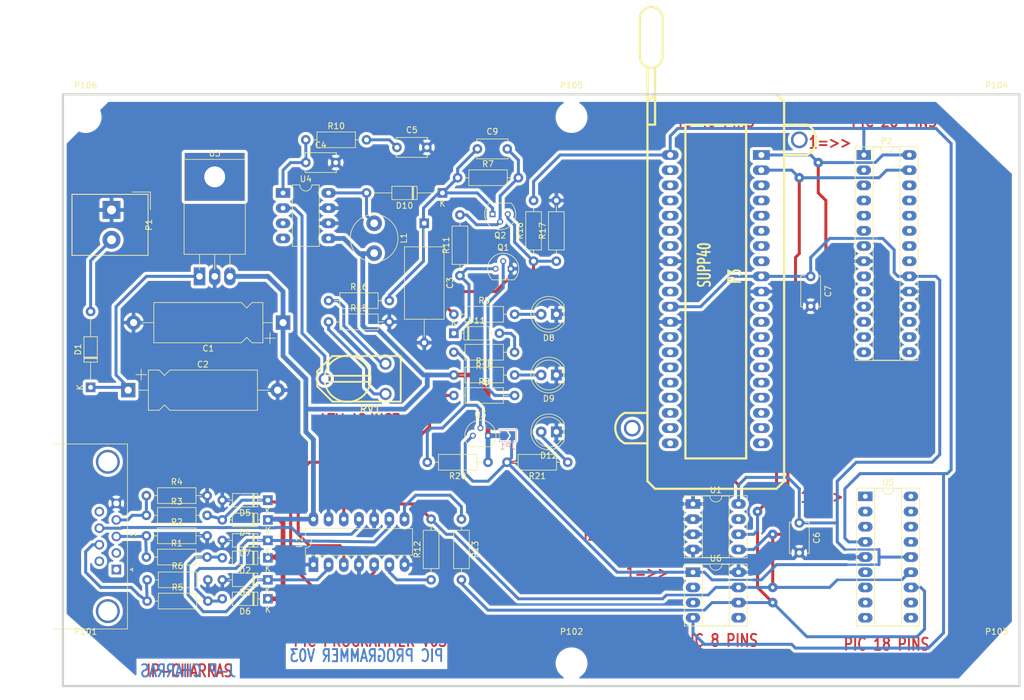
<source format=kicad_pcb>
(kicad_pcb (version 20190905) (host pcbnew "(5.99.0-130-g072ea9a33)")
  (title_block (title "SERIAL PIC PROGRAMMER"))
  (layers (0 "top_layer" signal) (31 "bottom_layer" signal) (34 "B.Paste" user) (35 "F.Paste" user) (36 "B.SilkS" user) (37 "F.SilkS" user) (38 "B.Mask" user) (39 "F.Mask" user) (44 "Edge.Cuts" user))
  (net 0 "")
  (net 1 "/CTS")
  (net 2 "/DTR")
  (net 3 "/PC-CLOCK-OUT")
  (net 4 "/TXD")
  (net 5 "GND")
  (net 6 "Net-(C2-Pad1)")
  (net 7 "Net-(C4-Pad1)")
  (net 8 "Net-(C5-Pad1)")
  (net 9 "Net-(C9-Pad2)")
  (net 10 "Net-(D11-Pad1)")
  (net 11 "Net-(D11-Pad2)")
  (net 12 "Net-(Q1-Pad2)")
  (net 13 "Net-(Q2-Pad3)")
  (net 14 "Net-(Q3-Pad2)")
  (net 15 "Net-(R12-Pad1)")
  (net 16 "Net-(R13-Pad1)")
  (net 17 "Net-(R15-Pad1)")
  (net 18 "Net-(R16-Pad1)")
  (net 19 "Net-(R8-Pad1)")
  (net 20 "Net-(RV1-Pad2)")
  (net 21 "VCC")
  (net 22 "VPP")
  (net 23 "/pic_sockets/VCC_PIC")
  (net 24 "Net-(D1-Pad2)")
  (net 25 "Net-(D4-Pad2)")
  (net 26 "Net-(D8-Pad2)")
  (net 27 "Net-(D9-Pad2)")
  (net 28 "Net-(D12-Pad2)")
  (net 29 "/VPP/MCLR")
  (net 30 "/CLOCK-RB6")
  (net 31 "/DATA-RB7")
  (net 32 "Net-(D2-Pad2)")
  (net 33 "Net-(D6-Pad2)")
  (net 34 "Net-(D10-Pad2)")
  (net 35 "Net-(P3-Pad2)")
  (net 36 "Net-(P3-Pad3)")
  (net 37 "Net-(P3-Pad4)")
  (net 38 "Net-(P3-Pad5)")
  (net 39 "Net-(P3-Pad6)")
  (net 40 "Net-(P3-Pad7)")
  (net 41 "Net-(P3-Pad9)")
  (net 42 "Net-(P3-Pad10)")
  (net 43 "Net-(P3-Pad13)")
  (net 44 "Net-(P3-Pad14)")
  (net 45 "Net-(P3-Pad15)")
  (net 46 "Net-(P3-Pad16)")
  (net 47 "Net-(P3-Pad17)")
  (net 48 "Net-(P3-Pad18)")
  (net 49 "Net-(P3-Pad19)")
  (net 50 "Net-(P3-Pad20)")
  (net 51 "Net-(P3-Pad21)")
  (net 52 "Net-(P3-Pad22)")
  (net 53 "Net-(P3-Pad23)")
  (net 54 "Net-(P3-Pad24)")
  (net 55 "Net-(P3-Pad25)")
  (net 56 "Net-(P3-Pad26)")
  (net 57 "Net-(P3-Pad27)")
  (net 58 "Net-(P3-Pad28)")
  (net 59 "Net-(P3-Pad29)")
  (net 60 "Net-(P3-Pad30)")
  (net 61 "Net-(P3-Pad33)")
  (net 62 "Net-(P3-Pad34)")
  (net 63 "Net-(P3-Pad35)")
  (net 64 "Net-(P3-Pad36)")
  (net 65 "Net-(P3-Pad37)")
  (net 66 "Net-(P3-Pad38)")
  (net 67 "Net-(J1-Pad1)")
  (net 68 "Net-(J1-Pad2)")
  (net 69 "Net-(J1-Pad6)")
  (net 70 "Net-(J1-Pad9)")
  (net 71 "Net-(U6-Pad5)")
  (net 72 "Net-(U6-Pad2)")
  (net 73 "Net-(U6-Pad3)")
  (net 74 "Net-(U1-Pad7)")
  (net 75 "Net-(U4-Pad3)")
  (net 76 "Net-(U4-Pad4)")
  (net 77 "Net-(P2-Pad15)")
  (net 78 "Net-(P2-Pad2)")
  (net 79 "Net-(P2-Pad16)")
  (net 80 "Net-(P2-Pad3)")
  (net 81 "Net-(P2-Pad17)")
  (net 82 "Net-(P2-Pad4)")
  (net 83 "Net-(P2-Pad18)")
  (net 84 "Net-(P2-Pad5)")
  (net 85 "Net-(P2-Pad6)")
  (net 86 "Net-(P2-Pad7)")
  (net 87 "Net-(P2-Pad21)")
  (net 88 "Net-(P2-Pad22)")
  (net 89 "Net-(P2-Pad9)")
  (net 90 "Net-(P2-Pad23)")
  (net 91 "Net-(P2-Pad10)")
  (net 92 "Net-(P2-Pad24)")
  (net 93 "Net-(P2-Pad11)")
  (net 94 "Net-(P2-Pad25)")
  (net 95 "Net-(P2-Pad12)")
  (net 96 "Net-(P2-Pad26)")
  (net 97 "Net-(P2-Pad13)")
  (net 98 "Net-(P2-Pad14)")
  (net 99 "Net-(U5-Pad1)")
  (net 100 "Net-(U5-Pad10)")
  (net 101 "Net-(U5-Pad2)")
  (net 102 "Net-(U5-Pad11)")
  (net 103 "Net-(U5-Pad3)")
  (net 104 "Net-(U5-Pad6)")
  (net 105 "Net-(U5-Pad15)")
  (net 106 "Net-(U5-Pad7)")
  (net 107 "Net-(U5-Pad16)")
  (net 108 "Net-(U5-Pad8)")
  (net 109 "Net-(U5-Pad17)")
  (net 110 "Net-(U5-Pad9)")
  (net 111 "Net-(U5-Pad18)")
  (module "footprints:40tex-Ell600" (layer "top_layer") (at 182.88 74.93 270)
    (fp_text reference "P3" (at -3.81 -3.175 270) (layer "F.SilkS") (effects (font (size 2.032 1.27) (thickness 0.3048))))
    (fp_text value "SUPP40" (at -5.715 1.905 270) (layer "F.SilkS") (effects (font (size 2.032 1.27) (thickness 0.3048))))
    (pad "HOLE" thru_hole circle (at 21.59 13.97 270) (size 2.8 2.8) (drill 2) (layers *.Cu *.Mask))
    (pad "HOLE" thru_hole circle (at -26.67 -13.97 270) (size 2.8 2.8) (drill 2) (layers *.Cu *.Mask))
    (pad "40" thru_hole rect (at -24.13 -7.62 270) (size 1.6 2.8) (drill 1) (layers *.Cu *.Mask) (net 31 "/DATA-RB7"))
    (pad "39" thru_hole oval (at -21.59 -7.62 270) (size 1.6 2.8) (drill 1) (layers *.Cu *.Mask) (net 30 "/CLOCK-RB6"))
    (pad "38" thru_hole oval (at -19.05 -7.62 270) (size 1.6 2.8) (drill 1) (layers *.Cu *.Mask) (net 66 "Net-(P3-Pad38)"))
    (pad "37" thru_hole oval (at -16.51 -7.62 270) (size 1.6 2.8) (drill 1) (layers *.Cu *.Mask) (net 65 "Net-(P3-Pad37)"))
    (pad "36" thru_hole oval (at -13.97 -7.62 270) (size 1.6 2.8) (drill 1) (layers *.Cu *.Mask) (net 64 "Net-(P3-Pad36)"))
    (pad "35" thru_hole oval (at -11.43 -7.62 270) (size 1.6 2.8) (drill 1) (layers *.Cu *.Mask) (net 63 "Net-(P3-Pad35)"))
    (pad "34" thru_hole oval (at -8.89 -7.62 270) (size 1.6 2.8) (drill 1) (layers *.Cu *.Mask) (net 62 "Net-(P3-Pad34)"))
    (pad "33" thru_hole oval (at -6.35 -7.62 270) (size 1.6 2.8) (drill 1) (layers *.Cu *.Mask) (net 61 "Net-(P3-Pad33)"))
    (pad "32" thru_hole oval (at -3.81 -7.62 270) (size 1.6 2.8) (drill 1) (layers *.Cu *.Mask) (net 23 "/pic_sockets/VCC_PIC"))
    (pad "31" thru_hole oval (at -1.27 -7.62 270) (size 1.6 2.8) (drill 1) (layers *.Cu *.Mask) (net 5 "GND"))
    (pad "30" thru_hole oval (at 1.27 -7.62 270) (size 1.6 2.8) (drill 1) (layers *.Cu *.Mask) (net 60 "Net-(P3-Pad30)"))
    (pad "29" thru_hole oval (at 3.81 -7.62 270) (size 1.6 2.8) (drill 1) (layers *.Cu *.Mask) (net 59 "Net-(P3-Pad29)"))
    (pad "28" thru_hole oval (at 6.35 -7.62 270) (size 1.6 2.8) (drill 1) (layers *.Cu *.Mask) (net 58 "Net-(P3-Pad28)"))
    (pad "27" thru_hole oval (at 8.89 -7.62 270) (size 1.6 2.8) (drill 1) (layers *.Cu *.Mask) (net 57 "Net-(P3-Pad27)"))
    (pad "26" thru_hole oval (at 11.43 -7.62 270) (size 1.6 2.8) (drill 1) (layers *.Cu *.Mask) (net 56 "Net-(P3-Pad26)"))
    (pad "25" thru_hole oval (at 13.97 -7.62 270) (size 1.6 2.8) (drill 1) (layers *.Cu *.Mask) (net 55 "Net-(P3-Pad25)"))
    (pad "24" thru_hole oval (at 16.51 -7.62 270) (size 1.6 2.8) (drill 1) (layers *.Cu *.Mask) (net 54 "Net-(P3-Pad24)"))
    (pad "23" thru_hole oval (at 19.05 -7.62 270) (size 1.6 2.8) (drill 1) (layers *.Cu *.Mask) (net 53 "Net-(P3-Pad23)"))
    (pad "22" thru_hole oval (at 21.59 -7.62 270) (size 1.6 2.8) (drill 1) (layers *.Cu *.Mask) (net 52 "Net-(P3-Pad22)"))
    (pad "21" thru_hole oval (at 24.13 -7.62 270) (size 1.6 2.8) (drill 1) (layers *.Cu *.Mask) (net 51 "Net-(P3-Pad21)"))
    (pad "20" thru_hole oval (at 24.13 7.62 270) (size 1.6 2.8) (drill 1) (layers *.Cu *.Mask) (net 50 "Net-(P3-Pad20)"))
    (pad "19" thru_hole oval (at 21.59 7.62 270) (size 1.6 2.8) (drill 1) (layers *.Cu *.Mask) (net 49 "Net-(P3-Pad19)"))
    (pad "18" thru_hole oval (at 19.05 7.62 270) (size 1.6 2.8) (drill 1) (layers *.Cu *.Mask) (net 48 "Net-(P3-Pad18)"))
    (pad "17" thru_hole oval (at 16.51 7.62 270) (size 1.6 2.8) (drill 1) (layers *.Cu *.Mask) (net 47 "Net-(P3-Pad17)"))
    (pad "16" thru_hole oval (at 13.97 7.62 270) (size 1.6 2.8) (drill 1) (layers *.Cu *.Mask) (net 46 "Net-(P3-Pad16)"))
    (pad "15" thru_hole oval (at 11.43 7.62 270) (size 1.6 2.8) (drill 1) (layers *.Cu *.Mask) (net 45 "Net-(P3-Pad15)"))
    (pad "14" thru_hole oval (at 8.89 7.62 270) (size 1.6 2.8) (drill 1) (layers *.Cu *.Mask) (net 44 "Net-(P3-Pad14)"))
    (pad "13" thru_hole oval (at 6.35 7.62 270) (size 1.6 2.8) (drill 1) (layers *.Cu *.Mask) (net 43 "Net-(P3-Pad13)"))
    (pad "12" thru_hole oval (at 3.81 7.62 270) (size 1.6 2.8) (drill 1) (layers *.Cu *.Mask) (net 5 "GND"))
    (pad "11" thru_hole oval (at 1.27 7.62 270) (size 1.6 2.8) (drill 1) (layers *.Cu *.Mask) (net 23 "/pic_sockets/VCC_PIC"))
    (pad "10" thru_hole oval (at -1.27 7.62 270) (size 1.6 2.8) (drill 1) (layers *.Cu *.Mask) (net 42 "Net-(P3-Pad10)"))
    (pad "9" thru_hole oval (at -3.81 7.62 270) (size 1.6 2.8) (drill 1) (layers *.Cu *.Mask) (net 41 "Net-(P3-Pad9)"))
    (pad "8" thru_hole oval (at -6.35 7.62 270) (size 1.6 2.8) (drill 1) (layers *.Cu *.Mask) (net 5 "GND"))
    (pad "7" thru_hole oval (at -8.89 7.62 270) (size 1.6 2.8) (drill 1) (layers *.Cu *.Mask) (net 40 "Net-(P3-Pad7)"))
    (pad "6" thru_hole oval (at -11.43 7.62 270) (size 1.6 2.8) (drill 1) (layers *.Cu *.Mask) (net 39 "Net-(P3-Pad6)"))
    (pad "5" thru_hole oval (at -13.97 7.62 270) (size 1.6 2.8) (drill 1) (layers *.Cu *.Mask) (net 38 "Net-(P3-Pad5)"))
    (pad "4" thru_hole oval (at -16.51 7.62 270) (size 1.6 2.8) (drill 1) (layers *.Cu *.Mask) (net 37 "Net-(P3-Pad4)"))
    (pad "3" thru_hole oval (at -19.05 7.62 270) (size 1.6 2.8) (drill 1) (layers *.Cu *.Mask) (net 36 "Net-(P3-Pad3)"))
    (pad "2" thru_hole oval (at -21.59 7.62 270) (size 1.6 2.8) (drill 1) (layers *.Cu *.Mask) (net 35 "Net-(P3-Pad2)"))
    (pad "1" thru_hole oval (at -24.13 7.62 270) (size 1.6 2.8) (drill 1) (layers *.Cu *.Mask) (net 29 "/VPP/MCLR"))
  )
  (module "TerminalBlock_Altech:Altech_AK300_1x02_P5.00mm_45-Degree" (layer "top_layer") (at 81.8 60 270)
    (fp_text reference "P1" (at 2.5 -6.26 270) (layer "F.SilkS"))
    (fp_text value "CONN_2")
    (pad "2" thru_hole circle (at 5 0 270) (size 3 3) (drill 1.5) (layers *.Cu *.Mask) (net 24 "Net-(D1-Pad2)"))
    (pad "1" thru_hole rect (at 0 0 270) (size 3 3) (drill 1.5) (layers *.Cu *.Mask) (net 5 "GND"))
  )
  (module "MountingHole:MountingHole_4.3mm_M4" (layer "top_layer") (at 229.87 44.45)
    (fp_text reference "P104" (at 0 -5.3) (layer "F.SilkS"))
    (fp_text value "CONN_1")
    (pad "" np_thru_hole circle (at 0 0) (size 4.3 4.3) (drill 4.3) (layers *.Cu *.Mask))
  )
  (module "MountingHole:MountingHole_4.3mm_M4" (layer "top_layer") (at 77.47 135.89)
    (fp_text reference "P101" (at 0 -5.3) (layer "F.SilkS"))
    (fp_text value "CONN_1")
    (pad "" np_thru_hole circle (at 0 0) (size 4.3 4.3) (drill 4.3) (layers *.Cu *.Mask))
  )
  (module "MountingHole:MountingHole_4.3mm_M4" (layer "top_layer") (at 158.75 135.89)
    (fp_text reference "P102" (at 0 -5.3) (layer "F.SilkS"))
    (fp_text value "CONN_1")
    (pad "" np_thru_hole circle (at 0 0) (size 4.3 4.3) (drill 4.3) (layers *.Cu *.Mask))
  )
  (module "MountingHole:MountingHole_4.3mm_M4" (layer "top_layer") (at 229.87 135.89)
    (fp_text reference "P103" (at 0 -5.3) (layer "F.SilkS"))
    (fp_text value "CONN_1")
    (pad "" np_thru_hole circle (at 0 0) (size 4.3 4.3) (drill 4.3) (layers *.Cu *.Mask))
  )
  (module "MountingHole:MountingHole_4.3mm_M4" (layer "top_layer") (at 158.75 44.45)
    (fp_text reference "P105" (at 0 -5.3) (layer "F.SilkS"))
    (fp_text value "CONN_1")
    (pad "" np_thru_hole circle (at 0 0) (size 4.3 4.3) (drill 4.3) (layers *.Cu *.Mask))
  )
  (module "MountingHole:MountingHole_4.3mm_M4" (layer "top_layer") (at 77.47 44.45)
    (fp_text reference "P106" (at 0 -5.3) (layer "F.SilkS"))
    (fp_text value "CONN_1")
    (pad "" np_thru_hole circle (at 0 0) (size 4.3 4.3) (drill 4.3) (layers *.Cu *.Mask))
  )
  (module "Jumper:SolderJumper-2_P1.3mm_Open_TrianglePad1.0x1.5mm" (layer "bottom_layer") (at 148.082 97.79)
    (fp_text reference "JP1" (at 0 1.8) (layer "B.SilkS") (effects (justify mirror)))
    (fp_text value "JUMPER")
    (pad "1" smd custom (at -0.725 0) (size 0.3 0.3) (layers "bottom_layer" "B.Mask") (net 21 "VCC") (options (clearance outline) (anchor rect)) (primitives (gr_poly (pts (xy -0.5 0.75) (xy 0.5 0.75) (xy 1 0) (xy 0.5 -0.75) (xy -0.5 -0.75)) (width 0))))
    (pad "2" smd custom (at 0.725 0) (size 0.3 0.3) (layers "bottom_layer" "B.Mask") (net 23 "/pic_sockets/VCC_PIC") (options (clearance outline) (anchor rect)) (primitives (gr_poly (pts (xy -0.65 0.75) (xy 0.5 0.75) (xy 0.5 -0.75) (xy -0.65 -0.75) (xy -0.15 0)) (width 0))))
  )
  (module "Package_TO_SOT_THT:TO-220-3_Horizontal_TabDown" (layer "top_layer") (at 96.52 71.12)
    (fp_text reference "U3" (at 2.54 -20.58) (layer "F.SilkS"))
    (fp_text value "7805")
    (pad "3" thru_hole oval (at 5.08 0) (size 1.905 3) (drill 1.1) (layers *.Cu *.Mask) (net 21 "VCC"))
    (pad "2" thru_hole oval (at 2.54 0) (size 1.905 3) (drill 1.1) (layers *.Cu *.Mask) (net 5 "GND"))
    (pad "1" thru_hole rect (at 0 0) (size 1.905 3) (drill 1.1) (layers *.Cu *.Mask) (net 6 "Net-(C2-Pad1)"))
    (pad "" thru_hole rect (at 2.54 -16.66) (size 10 8) (drill 3.5) (layers *.Cu *.Mask))
  )
  (module "Inductor_THT:L_Radial_D7.8mm_P5.00mm_Fastron_07HCP" (layer "top_layer") (at 125.73 62.23 270)
    (fp_text reference "L1" (at 2.5 -4.96 270) (layer "F.SilkS"))
    (fp_text value "22uH")
    (pad "2" thru_hole circle (at 5 0 270) (size 2.6 2.6) (drill 1.3) (layers *.Cu *.Mask) (net 21 "VCC"))
    (pad "1" thru_hole circle (at 0 0 270) (size 2.6 2.6) (drill 1.3) (layers *.Cu *.Mask) (net 34 "Net-(D10-Pad2)"))
  )
  (module "LED_THT:LED_D5.0mm" (layer "top_layer") (at 156.21 97.155 180)
    (fp_text reference "D12" (at 1.27 -3.96 180) (layer "F.SilkS"))
    (fp_text value "YELLOW-LED")
    (pad "2" thru_hole circle (at 2.54 0 180) (size 1.8 1.8) (drill 0.9) (layers *.Cu *.Mask) (net 28 "Net-(D12-Pad2)"))
    (pad "1" thru_hole rect (at 0 0 180) (size 1.8 1.8) (drill 0.9) (layers *.Cu *.Mask) (net 5 "GND"))
  )
  (module "LED_THT:LED_D5.0mm" (layer "top_layer") (at 156.21 87.63 180)
    (fp_text reference "D9" (at 1.27 -3.96 180) (layer "F.SilkS"))
    (fp_text value "GREEN-LED")
    (pad "2" thru_hole circle (at 2.54 0 180) (size 1.8 1.8) (drill 0.9) (layers *.Cu *.Mask) (net 27 "Net-(D9-Pad2)"))
    (pad "1" thru_hole rect (at 0 0 180) (size 1.8 1.8) (drill 0.9) (layers *.Cu *.Mask) (net 5 "GND"))
  )
  (module "LED_THT:LED_D5.0mm" (layer "top_layer") (at 156.21 77.47 180)
    (fp_text reference "D8" (at 1.27 -3.96 180) (layer "F.SilkS"))
    (fp_text value "RED-LED")
    (pad "2" thru_hole circle (at 2.54 0 180) (size 1.8 1.8) (drill 0.9) (layers *.Cu *.Mask) (net 26 "Net-(D8-Pad2)"))
    (pad "1" thru_hole rect (at 0 0 180) (size 1.8 1.8) (drill 0.9) (layers *.Cu *.Mask) (net 5 "GND"))
  )
  (module "Capacitor_THT:CP_Axial_L18.0mm_D6.5mm_P25.00mm_Horizontal" (layer "top_layer") (at 84.582 90.17)
    (fp_text reference "C2" (at 12.5 -4.31) (layer "F.SilkS"))
    (fp_text value "220uF")
    (pad "2" thru_hole oval (at 25 0) (size 2.4 2.4) (drill 1.2) (layers *.Cu *.Mask) (net 5 "GND"))
    (pad "1" thru_hole rect (at 0 0) (size 2.4 2.4) (drill 1.2) (layers *.Cu *.Mask) (net 6 "Net-(C2-Pad1)"))
  )
  (module "Capacitor_THT:CP_Axial_L18.0mm_D6.5mm_P25.00mm_Horizontal" (layer "top_layer") (at 110.49 78.867 180)
    (fp_text reference "C1" (at 12.5 -4.31 180) (layer "F.SilkS"))
    (fp_text value "100µF")
    (pad "2" thru_hole oval (at 25 0 180) (size 2.4 2.4) (drill 1.2) (layers *.Cu *.Mask) (net 5 "GND"))
    (pad "1" thru_hole rect (at 0 0 180) (size 2.4 2.4) (drill 1.2) (layers *.Cu *.Mask) (net 21 "VCC"))
  )
  (module "Resistor_THT:R_Axial_DIN0207_L6.3mm_D2.5mm_P10.16mm_Horizontal" (layer "top_layer") (at 135.255 121.92 90)
    (fp_text reference "R12" (at 5.08 -2.31 90) (layer "F.SilkS"))
    (fp_text value "470")
    (pad "2" thru_hole oval (at 10.16 0 90) (size 1.6 1.6) (drill 0.8) (layers *.Cu *.Mask) (net 31 "/DATA-RB7"))
    (pad "1" thru_hole circle (at 0 0 90) (size 1.6 1.6) (drill 0.8) (layers *.Cu *.Mask) (net 15 "Net-(R12-Pad1)"))
  )
  (module "Resistor_THT:R_Axial_DIN0207_L6.3mm_D2.5mm_P10.16mm_Horizontal" (layer "top_layer") (at 139.065 91.059)
    (fp_text reference "R8" (at 5.08 -2.31) (layer "F.SilkS"))
    (fp_text value "1K")
    (pad "2" thru_hole oval (at 10.16 0) (size 1.6 1.6) (drill 0.8) (layers *.Cu *.Mask) (net 12 "Net-(Q1-Pad2)"))
    (pad "1" thru_hole circle (at 0 0) (size 1.6 1.6) (drill 0.8) (layers *.Cu *.Mask) (net 19 "Net-(R8-Pad1)"))
  )
  (module "Resistor_THT:R_Axial_DIN0207_L6.3mm_D2.5mm_P10.16mm_Horizontal" (layer "top_layer") (at 140.335 111.76 270)
    (fp_text reference "R13" (at 5.08 -2.31 270) (layer "F.SilkS"))
    (fp_text value "470")
    (pad "2" thru_hole oval (at 10.16 0 270) (size 1.6 1.6) (drill 0.8) (layers *.Cu *.Mask) (net 30 "/CLOCK-RB6"))
    (pad "1" thru_hole circle (at 0 0 270) (size 1.6 1.6) (drill 0.8) (layers *.Cu *.Mask) (net 16 "Net-(R13-Pad1)"))
  )
  (module "Resistor_THT:R_Axial_DIN0207_L6.3mm_D2.5mm_P10.16mm_Horizontal" (layer "top_layer") (at 139.065 87.63)
    (fp_text reference "R14" (at 5.08 -2.31) (layer "F.SilkS"))
    (fp_text value "470")
    (pad "2" thru_hole oval (at 10.16 0) (size 1.6 1.6) (drill 0.8) (layers *.Cu *.Mask) (net 27 "Net-(D9-Pad2)"))
    (pad "1" thru_hole circle (at 0 0) (size 1.6 1.6) (drill 0.8) (layers *.Cu *.Mask) (net 21 "VCC"))
  )
  (module "Resistor_THT:R_Axial_DIN0207_L6.3mm_D2.5mm_P10.16mm_Horizontal" (layer "top_layer") (at 118.11 78.74)
    (fp_text reference "R15" (at 5.08 -2.31) (layer "F.SilkS"))
    (fp_text value "6.2K")
    (pad "2" thru_hole oval (at 10.16 0) (size 1.6 1.6) (drill 0.8) (layers *.Cu *.Mask) (net 5 "GND"))
    (pad "1" thru_hole circle (at 0 0) (size 1.6 1.6) (drill 0.8) (layers *.Cu *.Mask) (net 17 "Net-(R15-Pad1)"))
  )
  (module "Resistor_THT:R_Axial_DIN0207_L6.3mm_D2.5mm_P10.16mm_Horizontal" (layer "top_layer") (at 118.11 75.184)
    (fp_text reference "R16" (at 5.08 -2.31) (layer "F.SilkS"))
    (fp_text value "62K")
    (pad "2" thru_hole oval (at 10.16 0) (size 1.6 1.6) (drill 0.8) (layers *.Cu *.Mask) (net 22 "VPP"))
    (pad "1" thru_hole circle (at 0 0) (size 1.6 1.6) (drill 0.8) (layers *.Cu *.Mask) (net 18 "Net-(R16-Pad1)"))
  )
  (module "Resistor_THT:R_Axial_DIN0207_L6.3mm_D2.5mm_P10.16mm_Horizontal" (layer "top_layer") (at 156.21 68.58 90)
    (fp_text reference "R17" (at 5.08 -2.31 90) (layer "F.SilkS"))
    (fp_text value "22K")
    (pad "2" thru_hole oval (at 10.16 0 90) (size 1.6 1.6) (drill 0.8) (layers *.Cu *.Mask) (net 5 "GND"))
    (pad "1" thru_hole circle (at 0 0 90) (size 1.6 1.6) (drill 0.8) (layers *.Cu *.Mask) (net 13 "Net-(Q2-Pad3)"))
  )
  (module "Resistor_THT:R_Axial_DIN0207_L6.3mm_D2.5mm_P10.16mm_Horizontal" (layer "top_layer") (at 149.225 83.82 180)
    (fp_text reference "R19" (at 5.08 -2.31 180) (layer "F.SilkS"))
    (fp_text value "2.2K")
    (pad "2" thru_hole oval (at 10.16 0 180) (size 1.6 1.6) (drill 0.8) (layers *.Cu *.Mask) (net 14 "Net-(Q3-Pad2)"))
    (pad "1" thru_hole circle (at 0 0 180) (size 1.6 1.6) (drill 0.8) (layers *.Cu *.Mask) (net 11 "Net-(D11-Pad2)"))
  )
  (module "Resistor_THT:R_Axial_DIN0207_L6.3mm_D2.5mm_P10.16mm_Horizontal" (layer "top_layer") (at 144.78 102.235 180)
    (fp_text reference "R20" (at 5.08 -2.31 180) (layer "F.SilkS"))
    (fp_text value "2.2K")
    (pad "2" thru_hole oval (at 10.16 0 180) (size 1.6 1.6) (drill 0.8) (layers *.Cu *.Mask) (net 14 "Net-(Q3-Pad2)"))
    (pad "1" thru_hole circle (at 0 0 180) (size 1.6 1.6) (drill 0.8) (layers *.Cu *.Mask) (net 21 "VCC"))
  )
  (module "Resistor_THT:R_Axial_DIN0207_L6.3mm_D2.5mm_P10.16mm_Horizontal" (layer "top_layer") (at 158.115 102.235 180)
    (fp_text reference "R21" (at 5.08 -2.31 180) (layer "F.SilkS"))
    (fp_text value "470")
    (pad "2" thru_hole oval (at 10.16 0 180) (size 1.6 1.6) (drill 0.8) (layers *.Cu *.Mask) (net 23 "/pic_sockets/VCC_PIC"))
    (pad "1" thru_hole circle (at 0 0 180) (size 1.6 1.6) (drill 0.8) (layers *.Cu *.Mask) (net 28 "Net-(D12-Pad2)"))
  )
  (module "Resistor_THT:R_Axial_DIN0207_L6.3mm_D2.5mm_P10.16mm_Horizontal" (layer "top_layer") (at 87.757 121.92)
    (fp_text reference "R6" (at 5.08 -2.31) (layer "F.SilkS"))
    (fp_text value "10K")
    (pad "2" thru_hole oval (at 10.16 0) (size 1.6 1.6) (drill 0.8) (layers *.Cu *.Mask) (net 5 "GND"))
    (pad "1" thru_hole circle (at 0 0) (size 1.6 1.6) (drill 0.8) (layers *.Cu *.Mask) (net 3 "/PC-CLOCK-OUT"))
  )
  (module "Resistor_THT:R_Axial_DIN0207_L6.3mm_D2.5mm_P10.16mm_Horizontal" (layer "top_layer") (at 139.7 54.61)
    (fp_text reference "R7" (at 5.08 -2.31) (layer "F.SilkS"))
    (fp_text value "10K")
    (pad "2" thru_hole oval (at 10.16 0) (size 1.6 1.6) (drill 0.8) (layers *.Cu *.Mask) (net 9 "Net-(C9-Pad2)"))
    (pad "1" thru_hole circle (at 0 0) (size 1.6 1.6) (drill 0.8) (layers *.Cu *.Mask) (net 22 "VPP"))
  )
  (module "Resistor_THT:R_Axial_DIN0207_L6.3mm_D2.5mm_P10.16mm_Horizontal" (layer "top_layer") (at 87.757 125.476)
    (fp_text reference "R5" (at 5.08 -2.31) (layer "F.SilkS"))
    (fp_text value "10K")
    (pad "2" thru_hole oval (at 10.16 0) (size 1.6 1.6) (drill 0.8) (layers *.Cu *.Mask) (net 33 "Net-(D6-Pad2)"))
    (pad "1" thru_hole circle (at 0 0) (size 1.6 1.6) (drill 0.8) (layers *.Cu *.Mask) (net 3 "/PC-CLOCK-OUT"))
  )
  (module "Resistor_THT:R_Axial_DIN0207_L6.3mm_D2.5mm_P10.16mm_Horizontal" (layer "top_layer") (at 87.63 107.823)
    (fp_text reference "R4" (at 5.08 -2.31) (layer "F.SilkS"))
    (fp_text value "10K")
    (pad "2" thru_hole oval (at 10.16 0) (size 1.6 1.6) (drill 0.8) (layers *.Cu *.Mask) (net 5 "GND"))
    (pad "1" thru_hole circle (at 0 0) (size 1.6 1.6) (drill 0.8) (layers *.Cu *.Mask) (net 2 "/DTR"))
  )
  (module "Resistor_THT:R_Axial_DIN0207_L6.3mm_D2.5mm_P10.16mm_Horizontal" (layer "top_layer") (at 87.63 111.125)
    (fp_text reference "R3" (at 5.08 -2.31) (layer "F.SilkS"))
    (fp_text value "10K")
    (pad "2" thru_hole oval (at 10.16 0) (size 1.6 1.6) (drill 0.8) (layers *.Cu *.Mask) (net 25 "Net-(D4-Pad2)"))
    (pad "1" thru_hole circle (at 0 0) (size 1.6 1.6) (drill 0.8) (layers *.Cu *.Mask) (net 2 "/DTR"))
  )
  (module "Resistor_THT:R_Axial_DIN0207_L6.3mm_D2.5mm_P10.16mm_Horizontal" (layer "top_layer") (at 87.63 114.554)
    (fp_text reference "R2" (at 5.08 -2.31) (layer "F.SilkS"))
    (fp_text value "10K")
    (pad "2" thru_hole oval (at 10.16 0) (size 1.6 1.6) (drill 0.8) (layers *.Cu *.Mask) (net 5 "GND"))
    (pad "1" thru_hole circle (at 0 0) (size 1.6 1.6) (drill 0.8) (layers *.Cu *.Mask) (net 4 "/TXD"))
  )
  (module "Resistor_THT:R_Axial_DIN0207_L6.3mm_D2.5mm_P10.16mm_Horizontal" (layer "top_layer") (at 87.63 118.11)
    (fp_text reference "R1" (at 5.08 -2.31) (layer "F.SilkS"))
    (fp_text value "10K")
    (pad "2" thru_hole oval (at 10.16 0) (size 1.6 1.6) (drill 0.8) (layers *.Cu *.Mask) (net 32 "Net-(D2-Pad2)"))
    (pad "1" thru_hole circle (at 0 0) (size 1.6 1.6) (drill 0.8) (layers *.Cu *.Mask) (net 4 "/TXD"))
  )
  (module "Resistor_THT:R_Axial_DIN0207_L6.3mm_D2.5mm_P10.16mm_Horizontal" (layer "top_layer") (at 139.065 77.47)
    (fp_text reference "R9" (at 5.08 -2.31) (layer "F.SilkS"))
    (fp_text value "2.2K")
    (pad "2" thru_hole oval (at 10.16 0) (size 1.6 1.6) (drill 0.8) (layers *.Cu *.Mask) (net 26 "Net-(D8-Pad2)"))
    (pad "1" thru_hole circle (at 0 0) (size 1.6 1.6) (drill 0.8) (layers *.Cu *.Mask) (net 13 "Net-(Q2-Pad3)"))
  )
  (module "Resistor_THT:R_Axial_DIN0207_L6.3mm_D2.5mm_P10.16mm_Horizontal" (layer "top_layer") (at 114.3 48.26)
    (fp_text reference "R10" (at 5.08 -2.31) (layer "F.SilkS"))
    (fp_text value "5,1K")
    (pad "2" thru_hole oval (at 10.16 0) (size 1.6 1.6) (drill 0.8) (layers *.Cu *.Mask) (net 8 "Net-(C5-Pad1)"))
    (pad "1" thru_hole circle (at 0 0) (size 1.6 1.6) (drill 0.8) (layers *.Cu *.Mask) (net 7 "Net-(C4-Pad1)"))
  )
  (module "Resistor_THT:R_Axial_DIN0207_L6.3mm_D2.5mm_P10.16mm_Horizontal" (layer "top_layer") (at 152.4 68.58 90)
    (fp_text reference "R18" (at 5.08 -2.31 90) (layer "F.SilkS"))
    (fp_text value "220")
    (pad "2" thru_hole oval (at 10.16 0 90) (size 1.6 1.6) (drill 0.8) (layers *.Cu *.Mask) (net 29 "/VPP/MCLR"))
    (pad "1" thru_hole circle (at 0 0 90) (size 1.6 1.6) (drill 0.8) (layers *.Cu *.Mask) (net 13 "Net-(Q2-Pad3)"))
  )
  (module "Resistor_THT:R_Axial_DIN0207_L6.3mm_D2.5mm_P10.16mm_Horizontal" (layer "top_layer") (at 140.081 70.993 90)
    (fp_text reference "R11" (at 5.08 -2.31 90) (layer "F.SilkS"))
    (fp_text value "22K")
    (pad "2" thru_hole oval (at 10.16 0 90) (size 1.6 1.6) (drill 0.8) (layers *.Cu *.Mask) (net 9 "Net-(C9-Pad2)"))
    (pad "1" thru_hole circle (at 0 0 90) (size 1.6 1.6) (drill 0.8) (layers *.Cu *.Mask) (net 10 "Net-(D11-Pad1)"))
  )
  (module "footprints:RV2X4" (layer "top_layer") (at 122.555 88.265 180)
    (fp_text reference "RV1" (at -2.54 -5.08 180) (layer "F.SilkS") (effects (font (size 1.397 1.27) (thickness 0.2032))))
    (fp_text value "1K")
    (pad "3" thru_hole circle (at -5.08 2.54 180) (size 2.032 2.032) (drill 1.27) (layers *.Cu *.Mask) (net 18 "Net-(R16-Pad1)"))
    (pad "2" thru_hole circle (at 5.08 0 180) (size 2.032 2.032) (drill 1.27) (layers *.Cu *.Mask) (net 20 "Net-(RV1-Pad2)"))
    (pad "1" thru_hole circle (at -5.08 -2.54 180) (size 2.032 2.032) (drill 1.27) (layers *.Cu *.Mask) (net 17 "Net-(R15-Pad1)"))
  )
  (module "Diode_THT:D_DO-35_SOD27_P12.70mm_Horizontal" (layer "top_layer") (at 137.16 57.15 180)
    (fp_text reference "D10" (at 6.35 -2.12 180) (layer "F.SilkS"))
    (fp_text value "SCHOTTKY")
    (fp_text user "K" (at 0 -1.8 180) (layer "F.SilkS"))
    (pad "2" thru_hole oval (at 12.7 0 180) (size 1.6 1.6) (drill 0.8) (layers *.Cu *.Mask) (net 34 "Net-(D10-Pad2)"))
    (pad "1" thru_hole rect (at 0 0 180) (size 1.6 1.6) (drill 0.8) (layers *.Cu *.Mask) (net 22 "VPP"))
  )
  (module "Diode_THT:D_DO-35_SOD27_P12.70mm_Horizontal" (layer "top_layer") (at 78.3 89.7 90)
    (fp_text reference "D1" (at 6.35 -2.12 90) (layer "F.SilkS"))
    (fp_text value "1N4004")
    (fp_text user "K" (at 0 -1.8 90) (layer "F.SilkS"))
    (pad "2" thru_hole oval (at 12.7 0 90) (size 1.6 1.6) (drill 0.8) (layers *.Cu *.Mask) (net 24 "Net-(D1-Pad2)"))
    (pad "1" thru_hole rect (at 0 0 90) (size 1.6 1.6) (drill 0.8) (layers *.Cu *.Mask) (net 6 "Net-(C2-Pad1)"))
  )
  (module "Capacitor_THT:C_Disc_D5.1mm_W3.2mm_P5.00mm" (layer "top_layer") (at 143.002 49.784)
    (fp_text reference "C9" (at 2.5 -2.91) (layer "F.SilkS"))
    (fp_text value "220nF")
    (pad "2" thru_hole circle (at 5 0) (size 1.6 1.6) (drill 0.8) (layers *.Cu *.Mask) (net 9 "Net-(C9-Pad2)"))
    (pad "1" thru_hole circle (at 0 0) (size 1.6 1.6) (drill 0.8) (layers *.Cu *.Mask) (net 22 "VPP"))
  )
  (module "Capacitor_THT:C_Disc_D5.1mm_W3.2mm_P5.00mm" (layer "top_layer") (at 198.755 71.12 270)
    (fp_text reference "C7" (at 2.5 -2.91 270) (layer "F.SilkS"))
    (fp_text value "100nF")
    (pad "2" thru_hole circle (at 5 0 270) (size 1.6 1.6) (drill 0.8) (layers *.Cu *.Mask) (net 5 "GND"))
    (pad "1" thru_hole circle (at 0 0 270) (size 1.6 1.6) (drill 0.8) (layers *.Cu *.Mask) (net 23 "/pic_sockets/VCC_PIC"))
  )
  (module "Capacitor_THT:C_Disc_D5.1mm_W3.2mm_P5.00mm" (layer "top_layer") (at 196.85 112.395 270)
    (fp_text reference "C6" (at 2.5 -2.91 270) (layer "F.SilkS"))
    (fp_text value "100nF")
    (pad "2" thru_hole circle (at 5 0 270) (size 1.6 1.6) (drill 0.8) (layers *.Cu *.Mask) (net 5 "GND"))
    (pad "1" thru_hole circle (at 0 0 270) (size 1.6 1.6) (drill 0.8) (layers *.Cu *.Mask) (net 23 "/pic_sockets/VCC_PIC"))
  )
  (module "Capacitor_THT:C_Disc_D5.1mm_W3.2mm_P5.00mm" (layer "top_layer") (at 129.54 49.53)
    (fp_text reference "C5" (at 2.5 -2.91) (layer "F.SilkS"))
    (fp_text value "10nF")
    (pad "2" thru_hole circle (at 5 0) (size 1.6 1.6) (drill 0.8) (layers *.Cu *.Mask) (net 5 "GND"))
    (pad "1" thru_hole circle (at 0 0) (size 1.6 1.6) (drill 0.8) (layers *.Cu *.Mask) (net 8 "Net-(C5-Pad1)"))
  )
  (module "Capacitor_THT:C_Disc_D5.1mm_W3.2mm_P5.00mm" (layer "top_layer") (at 114.3 52.07)
    (fp_text reference "C4" (at 2.5 -2.91) (layer "F.SilkS"))
    (fp_text value "0")
    (pad "2" thru_hole circle (at 5 0) (size 1.6 1.6) (drill 0.8) (layers *.Cu *.Mask) (net 5 "GND"))
    (pad "1" thru_hole circle (at 0 0) (size 1.6 1.6) (drill 0.8) (layers *.Cu *.Mask) (net 7 "Net-(C4-Pad1)"))
  )
  (module "footprints:TO-92_BC237_307" (layer "top_layer") (at 148.082 60.706 180)
    (fp_text reference "Q2" (at 1.27 -3.56 180) (layer "F.SilkS"))
    (fp_text value "BC307")
    (pad "3" thru_hole circle (at 0 0 270) (size 1 1) (drill 0.6) (layers *.Cu *.Mask) (net 13 "Net-(Q2-Pad3)"))
    (pad "1" thru_hole rect (at 2.54 0 270) (size 1 1) (drill 0.6) (layers *.Cu *.Mask) (net 22 "VPP"))
    (pad "2" thru_hole circle (at 1.27 -1.27 270) (size 1 1) (drill 0.6) (layers *.Cu *.Mask) (net 9 "Net-(C9-Pad2)"))
  )
  (module "footprints:TO-92_BC237_307" (layer "top_layer") (at 146.05 69.85)
    (fp_text reference "Q1" (at 1.27 -3.56) (layer "F.SilkS"))
    (fp_text value "BC237")
    (pad "3" thru_hole circle (at 0 0 90) (size 1 1) (drill 0.6) (layers *.Cu *.Mask) (net 10 "Net-(D11-Pad1)"))
    (pad "1" thru_hole rect (at 2.54 0 90) (size 1 1) (drill 0.6) (layers *.Cu *.Mask) (net 5 "GND"))
    (pad "2" thru_hole circle (at 1.27 -1.27 90) (size 1 1) (drill 0.6) (layers *.Cu *.Mask) (net 12 "Net-(Q1-Pad2)"))
  )
  (module "footprints:TO-92_BC237_307" (layer "top_layer") (at 142.24 97.79)
    (fp_text reference "Q3" (at 1.27 -3.56) (layer "F.SilkS"))
    (fp_text value "BC307")
    (pad "3" thru_hole circle (at 0 0 90) (size 1 1) (drill 0.6) (layers *.Cu *.Mask) (net 23 "/pic_sockets/VCC_PIC"))
    (pad "1" thru_hole rect (at 2.54 0 90) (size 1 1) (drill 0.6) (layers *.Cu *.Mask) (net 21 "VCC"))
    (pad "2" thru_hole circle (at 1.27 -1.27 90) (size 1 1) (drill 0.6) (layers *.Cu *.Mask) (net 14 "Net-(Q3-Pad2)"))
  )
  (module "Connector_Dsub:DSUB-9_Female_Horizontal_P2.77x2.84mm_EdgePinOffset7.70mm_Housed_MountingHolesOffset9.12mm" (layer "top_layer") (at 82.6 120.2 270)
    (fp_text reference "J1" (at -5.54 -2.8 270) (layer "F.SilkS"))
    (fp_text value "DB9-FEMAL")
    (pad "0" thru_hole circle (at 6.96 1.42 270) (size 4 4) (drill 3.2) (layers *.Cu *.Mask))
    (pad "0" thru_hole circle (at -18.04 1.42 270) (size 4 4) (drill 3.2) (layers *.Cu *.Mask))
    (pad "9" thru_hole circle (at -9.695 2.84 270) (size 1.6 1.6) (drill 1) (layers *.Cu *.Mask) (net 70 "Net-(J1-Pad9)"))
    (pad "8" thru_hole circle (at -6.925 2.84 270) (size 1.6 1.6) (drill 1) (layers *.Cu *.Mask) (net 1 "/CTS"))
    (pad "7" thru_hole circle (at -4.155 2.84 270) (size 1.6 1.6) (drill 1) (layers *.Cu *.Mask) (net 3 "/PC-CLOCK-OUT"))
    (pad "6" thru_hole circle (at -1.385 2.84 270) (size 1.6 1.6) (drill 1) (layers *.Cu *.Mask) (net 69 "Net-(J1-Pad6)"))
    (pad "5" thru_hole circle (at -11.08 0 270) (size 1.6 1.6) (drill 1) (layers *.Cu *.Mask) (net 5 "GND"))
    (pad "4" thru_hole circle (at -8.31 0 270) (size 1.6 1.6) (drill 1) (layers *.Cu *.Mask) (net 2 "/DTR"))
    (pad "3" thru_hole circle (at -5.54 0 270) (size 1.6 1.6) (drill 1) (layers *.Cu *.Mask) (net 4 "/TXD"))
    (pad "2" thru_hole circle (at -2.77 0 270) (size 1.6 1.6) (drill 1) (layers *.Cu *.Mask) (net 68 "Net-(J1-Pad2)"))
    (pad "1" thru_hole rect (at 0 0 270) (size 1.6 1.6) (drill 1) (layers *.Cu *.Mask) (net 67 "Net-(J1-Pad1)"))
  )
  (module "Diode_THT:D_DO-35_SOD27_P7.62mm_Horizontal" (layer "top_layer") (at 107.95 125.095 180)
    (fp_text reference "D6" (at 3.81 -2.12 180) (layer "F.SilkS"))
    (fp_text value "BAT43")
    (fp_text user "K" (at 0 -1.8 180) (layer "F.SilkS"))
    (pad "2" thru_hole oval (at 7.62 0 180) (size 1.6 1.6) (drill 0.8) (layers *.Cu *.Mask) (net 33 "Net-(D6-Pad2)"))
    (pad "1" thru_hole rect (at 0 0 180) (size 1.6 1.6) (drill 0.8) (layers *.Cu *.Mask) (net 21 "VCC"))
  )
  (module "Diode_THT:D_DO-35_SOD27_P7.62mm_Horizontal" (layer "top_layer") (at 107.95 115.316 180)
    (fp_text reference "D7" (at 3.81 -2.12 180) (layer "F.SilkS"))
    (fp_text value "BAT43")
    (fp_text user "K" (at 0 -1.8 180) (layer "F.SilkS"))
    (pad "2" thru_hole oval (at 7.62 0 180) (size 1.6 1.6) (drill 0.8) (layers *.Cu *.Mask) (net 5 "GND"))
    (pad "1" thru_hole rect (at 0 0 180) (size 1.6 1.6) (drill 0.8) (layers *.Cu *.Mask) (net 33 "Net-(D6-Pad2)"))
  )
  (module "Diode_THT:D_DO-35_SOD27_P7.62mm_Horizontal" (layer "top_layer") (at 139.065 80.645)
    (fp_text reference "D11" (at 3.81 -2.12) (layer "F.SilkS"))
    (fp_text value "BAT43")
    (fp_text user "K" (at 0 -1.8) (layer "F.SilkS"))
    (pad "2" thru_hole oval (at 7.62 0) (size 1.6 1.6) (drill 0.8) (layers *.Cu *.Mask) (net 11 "Net-(D11-Pad2)"))
    (pad "1" thru_hole rect (at 0 0) (size 1.6 1.6) (drill 0.8) (layers *.Cu *.Mask) (net 10 "Net-(D11-Pad1)"))
  )
  (module "Diode_THT:D_DO-35_SOD27_P7.62mm_Horizontal" (layer "top_layer") (at 107.95 108.585 180)
    (fp_text reference "D5" (at 3.81 -2.12 180) (layer "F.SilkS"))
    (fp_text value "BAT43")
    (fp_text user "K" (at 0 -1.8 180) (layer "F.SilkS"))
    (pad "2" thru_hole oval (at 7.62 0 180) (size 1.6 1.6) (drill 0.8) (layers *.Cu *.Mask) (net 5 "GND"))
    (pad "1" thru_hole rect (at 0 0 180) (size 1.6 1.6) (drill 0.8) (layers *.Cu *.Mask) (net 25 "Net-(D4-Pad2)"))
  )
  (module "Diode_THT:D_DO-35_SOD27_P7.62mm_Horizontal" (layer "top_layer") (at 107.95 111.887 180)
    (fp_text reference "D4" (at 3.81 -2.12 180) (layer "F.SilkS"))
    (fp_text value "BAT43")
    (fp_text user "K" (at 0 -1.8 180) (layer "F.SilkS"))
    (pad "2" thru_hole oval (at 7.62 0 180) (size 1.6 1.6) (drill 0.8) (layers *.Cu *.Mask) (net 25 "Net-(D4-Pad2)"))
    (pad "1" thru_hole rect (at 0 0 180) (size 1.6 1.6) (drill 0.8) (layers *.Cu *.Mask) (net 21 "VCC"))
  )
  (module "Diode_THT:D_DO-35_SOD27_P7.62mm_Horizontal" (layer "top_layer") (at 107.95 121.92 180)
    (fp_text reference "D3" (at 3.81 -2.12 180) (layer "F.SilkS"))
    (fp_text value "BAT43")
    (fp_text user "K" (at 0 -1.8 180) (layer "F.SilkS"))
    (pad "2" thru_hole oval (at 7.62 0 180) (size 1.6 1.6) (drill 0.8) (layers *.Cu *.Mask) (net 5 "GND"))
    (pad "1" thru_hole rect (at 0 0 180) (size 1.6 1.6) (drill 0.8) (layers *.Cu *.Mask) (net 32 "Net-(D2-Pad2)"))
  )
  (module "Diode_THT:D_DO-35_SOD27_P7.62mm_Horizontal" (layer "top_layer") (at 107.95 118.237 180)
    (fp_text reference "D2" (at 3.81 -2.12 180) (layer "F.SilkS"))
    (fp_text value "BAT43")
    (fp_text user "K" (at 0 -1.8 180) (layer "F.SilkS"))
    (pad "2" thru_hole oval (at 7.62 0 180) (size 1.6 1.6) (drill 0.8) (layers *.Cu *.Mask) (net 32 "Net-(D2-Pad2)"))
    (pad "1" thru_hole rect (at 0 0 180) (size 1.6 1.6) (drill 0.8) (layers *.Cu *.Mask) (net 21 "VCC"))
  )
  (module "Package_DIP:DIP-14_W7.62mm_LongPads" (layer "top_layer") (at 115.57 119.38 90)
    (fp_text reference "U2" (at 3.81 -2.33 90) (layer "F.SilkS"))
    (fp_text value "74HC125")
    (pad "14" thru_hole oval (at 7.62 0 90) (size 2.4 1.6) (drill 0.8) (layers *.Cu *.Mask) (net 21 "VCC"))
    (pad "7" thru_hole oval (at 0 15.24 90) (size 2.4 1.6) (drill 0.8) (layers *.Cu *.Mask) (net 5 "GND"))
    (pad "13" thru_hole oval (at 7.62 2.54 90) (size 2.4 1.6) (drill 0.8) (layers *.Cu *.Mask) (net 5 "GND"))
    (pad "6" thru_hole oval (at 0 12.7 90) (size 2.4 1.6) (drill 0.8) (layers *.Cu *.Mask) (net 15 "Net-(R12-Pad1)"))
    (pad "12" thru_hole oval (at 7.62 5.08 90) (size 2.4 1.6) (drill 0.8) (layers *.Cu *.Mask) (net 31 "/DATA-RB7"))
    (pad "5" thru_hole oval (at 0 10.16 90) (size 2.4 1.6) (drill 0.8) (layers *.Cu *.Mask) (net 25 "Net-(D4-Pad2)"))
    (pad "11" thru_hole oval (at 7.62 7.62 90) (size 2.4 1.6) (drill 0.8) (layers *.Cu *.Mask) (net 1 "/CTS"))
    (pad "4" thru_hole oval (at 0 7.62 90) (size 2.4 1.6) (drill 0.8) (layers *.Cu *.Mask) (net 5 "GND"))
    (pad "10" thru_hole oval (at 7.62 10.16 90) (size 2.4 1.6) (drill 0.8) (layers *.Cu *.Mask) (net 5 "GND"))
    (pad "3" thru_hole oval (at 0 5.08 90) (size 2.4 1.6) (drill 0.8) (layers *.Cu *.Mask) (net 19 "Net-(R8-Pad1)"))
    (pad "9" thru_hole oval (at 7.62 12.7 90) (size 2.4 1.6) (drill 0.8) (layers *.Cu *.Mask) (net 33 "Net-(D6-Pad2)"))
    (pad "2" thru_hole oval (at 0 2.54 90) (size 2.4 1.6) (drill 0.8) (layers *.Cu *.Mask) (net 32 "Net-(D2-Pad2)"))
    (pad "8" thru_hole oval (at 7.62 15.24 90) (size 2.4 1.6) (drill 0.8) (layers *.Cu *.Mask) (net 16 "Net-(R13-Pad1)"))
    (pad "1" thru_hole rect (at 0 0 90) (size 2.4 1.6) (drill 0.8) (layers *.Cu *.Mask) (net 5 "GND"))
  )
  (module "Package_DIP:DIP-18_W7.62mm_Socket_LongPads" (layer "top_layer") (at 207.899 107.95)
    (fp_text reference "U5" (at 3.81 -2.33) (layer "F.SilkS"))
    (fp_text value "PIC_18_PINS")
    (pad "18" thru_hole oval (at 7.62 0) (size 2.4 1.6) (drill 0.8) (layers *.Cu *.Mask) (net 111 "Net-(U5-Pad18)"))
    (pad "9" thru_hole oval (at 0 20.32) (size 2.4 1.6) (drill 0.8) (layers *.Cu *.Mask) (net 110 "Net-(U5-Pad9)"))
    (pad "17" thru_hole oval (at 7.62 2.54) (size 2.4 1.6) (drill 0.8) (layers *.Cu *.Mask) (net 109 "Net-(U5-Pad17)"))
    (pad "8" thru_hole oval (at 0 17.78) (size 2.4 1.6) (drill 0.8) (layers *.Cu *.Mask) (net 108 "Net-(U5-Pad8)"))
    (pad "16" thru_hole oval (at 7.62 5.08) (size 2.4 1.6) (drill 0.8) (layers *.Cu *.Mask) (net 107 "Net-(U5-Pad16)"))
    (pad "7" thru_hole oval (at 0 15.24) (size 2.4 1.6) (drill 0.8) (layers *.Cu *.Mask) (net 106 "Net-(U5-Pad7)"))
    (pad "15" thru_hole oval (at 7.62 7.62) (size 2.4 1.6) (drill 0.8) (layers *.Cu *.Mask) (net 105 "Net-(U5-Pad15)"))
    (pad "6" thru_hole oval (at 0 12.7) (size 2.4 1.6) (drill 0.8) (layers *.Cu *.Mask) (net 104 "Net-(U5-Pad6)"))
    (pad "14" thru_hole oval (at 7.62 10.16) (size 2.4 1.6) (drill 0.8) (layers *.Cu *.Mask) (net 23 "/pic_sockets/VCC_PIC"))
    (pad "5" thru_hole oval (at 0 10.16) (size 2.4 1.6) (drill 0.8) (layers *.Cu *.Mask) (net 5 "GND"))
    (pad "13" thru_hole oval (at 7.62 12.7) (size 2.4 1.6) (drill 0.8) (layers *.Cu *.Mask) (net 31 "/DATA-RB7"))
    (pad "4" thru_hole oval (at 0 7.62) (size 2.4 1.6) (drill 0.8) (layers *.Cu *.Mask) (net 29 "/VPP/MCLR"))
    (pad "12" thru_hole oval (at 7.62 15.24) (size 2.4 1.6) (drill 0.8) (layers *.Cu *.Mask) (net 30 "/CLOCK-RB6"))
    (pad "3" thru_hole oval (at 0 5.08) (size 2.4 1.6) (drill 0.8) (layers *.Cu *.Mask) (net 103 "Net-(U5-Pad3)"))
    (pad "11" thru_hole oval (at 7.62 17.78) (size 2.4 1.6) (drill 0.8) (layers *.Cu *.Mask) (net 102 "Net-(U5-Pad11)"))
    (pad "2" thru_hole oval (at 0 2.54) (size 2.4 1.6) (drill 0.8) (layers *.Cu *.Mask) (net 101 "Net-(U5-Pad2)"))
    (pad "10" thru_hole oval (at 7.62 20.32) (size 2.4 1.6) (drill 0.8) (layers *.Cu *.Mask) (net 100 "Net-(U5-Pad10)"))
    (pad "1" thru_hole rect (at 0 0) (size 2.4 1.6) (drill 0.8) (layers *.Cu *.Mask) (net 99 "Net-(U5-Pad1)"))
  )
  (module "Package_DIP:DIP-28_W7.62mm_Socket_LongPads" (layer "top_layer") (at 207.645 50.8)
    (fp_text reference "P2" (at 3.81 -2.33) (layer "F.SilkS"))
    (fp_text value "SUPP28")
    (pad "28" thru_hole oval (at 7.62 0) (size 2.4 1.6) (drill 0.8) (layers *.Cu *.Mask) (net 31 "/DATA-RB7"))
    (pad "14" thru_hole oval (at 0 33.02) (size 2.4 1.6) (drill 0.8) (layers *.Cu *.Mask) (net 98 "Net-(P2-Pad14)"))
    (pad "27" thru_hole oval (at 7.62 2.54) (size 2.4 1.6) (drill 0.8) (layers *.Cu *.Mask) (net 30 "/CLOCK-RB6"))
    (pad "13" thru_hole oval (at 0 30.48) (size 2.4 1.6) (drill 0.8) (layers *.Cu *.Mask) (net 97 "Net-(P2-Pad13)"))
    (pad "26" thru_hole oval (at 7.62 5.08) (size 2.4 1.6) (drill 0.8) (layers *.Cu *.Mask) (net 96 "Net-(P2-Pad26)"))
    (pad "12" thru_hole oval (at 0 27.94) (size 2.4 1.6) (drill 0.8) (layers *.Cu *.Mask) (net 95 "Net-(P2-Pad12)"))
    (pad "25" thru_hole oval (at 7.62 7.62) (size 2.4 1.6) (drill 0.8) (layers *.Cu *.Mask) (net 94 "Net-(P2-Pad25)"))
    (pad "11" thru_hole oval (at 0 25.4) (size 2.4 1.6) (drill 0.8) (layers *.Cu *.Mask) (net 93 "Net-(P2-Pad11)"))
    (pad "24" thru_hole oval (at 7.62 10.16) (size 2.4 1.6) (drill 0.8) (layers *.Cu *.Mask) (net 92 "Net-(P2-Pad24)"))
    (pad "10" thru_hole oval (at 0 22.86) (size 2.4 1.6) (drill 0.8) (layers *.Cu *.Mask) (net 91 "Net-(P2-Pad10)"))
    (pad "23" thru_hole oval (at 7.62 12.7) (size 2.4 1.6) (drill 0.8) (layers *.Cu *.Mask) (net 90 "Net-(P2-Pad23)"))
    (pad "9" thru_hole oval (at 0 20.32) (size 2.4 1.6) (drill 0.8) (layers *.Cu *.Mask) (net 89 "Net-(P2-Pad9)"))
    (pad "22" thru_hole oval (at 7.62 15.24) (size 2.4 1.6) (drill 0.8) (layers *.Cu *.Mask) (net 88 "Net-(P2-Pad22)"))
    (pad "8" thru_hole oval (at 0 17.78) (size 2.4 1.6) (drill 0.8) (layers *.Cu *.Mask) (net 5 "GND"))
    (pad "21" thru_hole oval (at 7.62 17.78) (size 2.4 1.6) (drill 0.8) (layers *.Cu *.Mask) (net 87 "Net-(P2-Pad21)"))
    (pad "7" thru_hole oval (at 0 15.24) (size 2.4 1.6) (drill 0.8) (layers *.Cu *.Mask) (net 86 "Net-(P2-Pad7)"))
    (pad "20" thru_hole oval (at 7.62 20.32) (size 2.4 1.6) (drill 0.8) (layers *.Cu *.Mask) (net 23 "/pic_sockets/VCC_PIC"))
    (pad "6" thru_hole oval (at 0 12.7) (size 2.4 1.6) (drill 0.8) (layers *.Cu *.Mask) (net 85 "Net-(P2-Pad6)"))
    (pad "19" thru_hole oval (at 7.62 22.86) (size 2.4 1.6) (drill 0.8) (layers *.Cu *.Mask) (net 5 "GND"))
    (pad "5" thru_hole oval (at 0 10.16) (size 2.4 1.6) (drill 0.8) (layers *.Cu *.Mask) (net 84 "Net-(P2-Pad5)"))
    (pad "18" thru_hole oval (at 7.62 25.4) (size 2.4 1.6) (drill 0.8) (layers *.Cu *.Mask) (net 83 "Net-(P2-Pad18)"))
    (pad "4" thru_hole oval (at 0 7.62) (size 2.4 1.6) (drill 0.8) (layers *.Cu *.Mask) (net 82 "Net-(P2-Pad4)"))
    (pad "17" thru_hole oval (at 7.62 27.94) (size 2.4 1.6) (drill 0.8) (layers *.Cu *.Mask) (net 81 "Net-(P2-Pad17)"))
    (pad "3" thru_hole oval (at 0 5.08) (size 2.4 1.6) (drill 0.8) (layers *.Cu *.Mask) (net 80 "Net-(P2-Pad3)"))
    (pad "16" thru_hole oval (at 7.62 30.48) (size 2.4 1.6) (drill 0.8) (layers *.Cu *.Mask) (net 79 "Net-(P2-Pad16)"))
    (pad "2" thru_hole oval (at 0 2.54) (size 2.4 1.6) (drill 0.8) (layers *.Cu *.Mask) (net 78 "Net-(P2-Pad2)"))
    (pad "15" thru_hole oval (at 7.62 33.02) (size 2.4 1.6) (drill 0.8) (layers *.Cu *.Mask) (net 77 "Net-(P2-Pad15)"))
    (pad "1" thru_hole rect (at 0 0) (size 2.4 1.6) (drill 0.8) (layers *.Cu *.Mask) (net 29 "/VPP/MCLR"))
  )
  (module "Package_DIP:DIP-8_W7.62mm_LongPads" (layer "top_layer") (at 110.49 57.15)
    (fp_text reference "U4" (at 3.81 -2.33) (layer "F.SilkS"))
    (fp_text value "LT1373")
    (pad "8" thru_hole oval (at 7.62 0) (size 2.4 1.6) (drill 0.8) (layers *.Cu *.Mask) (net 34 "Net-(D10-Pad2)"))
    (pad "4" thru_hole oval (at 0 7.62) (size 2.4 1.6) (drill 0.8) (layers *.Cu *.Mask) (net 76 "Net-(U4-Pad4)"))
    (pad "7" thru_hole oval (at 7.62 2.54) (size 2.4 1.6) (drill 0.8) (layers *.Cu *.Mask) (net 5 "GND"))
    (pad "3" thru_hole oval (at 0 5.08) (size 2.4 1.6) (drill 0.8) (layers *.Cu *.Mask) (net 75 "Net-(U4-Pad3)"))
    (pad "6" thru_hole oval (at 7.62 5.08) (size 2.4 1.6) (drill 0.8) (layers *.Cu *.Mask) (net 5 "GND"))
    (pad "2" thru_hole oval (at 0 2.54) (size 2.4 1.6) (drill 0.8) (layers *.Cu *.Mask) (net 20 "Net-(RV1-Pad2)"))
    (pad "5" thru_hole oval (at 7.62 7.62) (size 2.4 1.6) (drill 0.8) (layers *.Cu *.Mask) (net 21 "VCC"))
    (pad "1" thru_hole rect (at 0 0) (size 2.4 1.6) (drill 0.8) (layers *.Cu *.Mask) (net 7 "Net-(C4-Pad1)"))
  )
  (module "Package_DIP:DIP-8_W7.62mm_Socket_LongPads" (layer "top_layer") (at 179.07 109.22)
    (fp_text reference "U1" (at 3.81 -2.33) (layer "F.SilkS"))
    (fp_text value "24Cxx")
    (pad "8" thru_hole oval (at 7.62 0) (size 2.4 1.6) (drill 0.8) (layers *.Cu *.Mask) (net 23 "/pic_sockets/VCC_PIC"))
    (pad "4" thru_hole oval (at 0 7.62) (size 2.4 1.6) (drill 0.8) (layers *.Cu *.Mask) (net 5 "GND"))
    (pad "7" thru_hole oval (at 7.62 2.54) (size 2.4 1.6) (drill 0.8) (layers *.Cu *.Mask) (net 74 "Net-(U1-Pad7)"))
    (pad "3" thru_hole oval (at 0 5.08) (size 2.4 1.6) (drill 0.8) (layers *.Cu *.Mask) (net 5 "GND"))
    (pad "6" thru_hole oval (at 7.62 5.08) (size 2.4 1.6) (drill 0.8) (layers *.Cu *.Mask) (net 30 "/CLOCK-RB6"))
    (pad "2" thru_hole oval (at 0 2.54) (size 2.4 1.6) (drill 0.8) (layers *.Cu *.Mask) (net 5 "GND"))
    (pad "5" thru_hole oval (at 7.62 7.62) (size 2.4 1.6) (drill 0.8) (layers *.Cu *.Mask) (net 31 "/DATA-RB7"))
    (pad "1" thru_hole rect (at 0 0) (size 2.4 1.6) (drill 0.8) (layers *.Cu *.Mask) (net 5 "GND"))
  )
  (module "Package_DIP:DIP-8_W7.62mm_Socket_LongPads" (layer "top_layer") (at 179.07 120.65)
    (fp_text reference "U6" (at 3.81 -2.33) (layer "F.SilkS"))
    (fp_text value "PIC_8_PINS")
    (pad "8" thru_hole oval (at 7.62 0) (size 2.4 1.6) (drill 0.8) (layers *.Cu *.Mask) (net 5 "GND"))
    (pad "4" thru_hole oval (at 0 7.62) (size 2.4 1.6) (drill 0.8) (layers *.Cu *.Mask) (net 29 "/VPP/MCLR"))
    (pad "7" thru_hole oval (at 7.62 2.54) (size 2.4 1.6) (drill 0.8) (layers *.Cu *.Mask) (net 31 "/DATA-RB7"))
    (pad "3" thru_hole oval (at 0 5.08) (size 2.4 1.6) (drill 0.8) (layers *.Cu *.Mask) (net 73 "Net-(U6-Pad3)"))
    (pad "6" thru_hole oval (at 7.62 5.08) (size 2.4 1.6) (drill 0.8) (layers *.Cu *.Mask) (net 30 "/CLOCK-RB6"))
    (pad "2" thru_hole oval (at 0 2.54) (size 2.4 1.6) (drill 0.8) (layers *.Cu *.Mask) (net 72 "Net-(U6-Pad2)"))
    (pad "5" thru_hole oval (at 7.62 7.62) (size 2.4 1.6) (drill 0.8) (layers *.Cu *.Mask) (net 71 "Net-(U6-Pad5)"))
    (pad "1" thru_hole rect (at 0 0) (size 2.4 1.6) (drill 0.8) (layers *.Cu *.Mask) (net 23 "/pic_sockets/VCC_PIC"))
  )
  (module "Capacitors_THT:C_Axial_L12.0mm_D6.5mm_P20.00mm_Horizontal" (layer "top_layer") (at 134.112 62.23 270)
    (fp_text reference "C3" (at 10 -4.31 270) (layer "F.SilkS"))
    (fp_text value "22uF/25V")
    (pad "2" thru_hole oval (at 20 0 270) (size 1.6 1.6) (drill 0.8) (layers *.Cu *.Mask) (net 5 "GND"))
    (pad "1" thru_hole rect (at 0 0 270) (size 1.6 1.6) (drill 0.8) (layers *.Cu *.Mask) (net 22 "VPP"))
  )
  (gr_text "VCC ON" (at 162.9 99.1) (layer "top_layer") (effects (font (size 2.032 1.524) (thickness 0.3048))))
  (gr_text "1=>>" (at 200.66 107.95) (layer "top_layer") (effects (font (size 2.032 1.524) (thickness 0.3048))))
  (gr_text "1=>>" (at 171.45 120.65) (layer "top_layer") (effects (font (size 2.032 1.524) (thickness 0.3048))))
  (gr_text "1=>>" (at 171.45 109.22) (layer "top_layer") (effects (font (size 2.032 1.524) (thickness 0.3048))))
  (gr_text "1=>>" (at 202 48.7) (layer "top_layer") (effects (font (size 2.032 1.524) (thickness 0.3048))))
  (gr_text "1=>>" (at 167.64 48.895) (layer "top_layer") (effects (font (size 2.032 1.524) (thickness 0.3048))))
  (gr_text "JP-CHARRAS" (at 94.615 137.16) (layer "top_layer") (effects (font (size 2.032 1.524) (thickness 0.3048))))
  (gr_text "J-P CHARRAS" (at 94.615 137.16) (layer "bottom_layer") (effects (font (size 2.032 1.524) (thickness 0.3048)) (justify mirror)))
  (gr_text "13V ADJUST" (at 123.19 95.25) (layer "top_layer") (effects (font (size 2.032 1.524) (thickness 0.3048))))
  (gr_text "PIC 40 PINS" (at 182.245 45.085) (layer "top_layer") (effects (font (size 2.032 1.524) (thickness 0.3048))))
  (gr_text "PIC 28 PINS" (at 212.725 45.085) (layer "top_layer") (effects (font (size 2.032 1.524) (thickness 0.3048))))
  (gr_text "PIC 18 PINS" (at 211.455 132.715) (layer "top_layer") (effects (font (size 2.032 1.524) (thickness 0.3048))))
  (gr_text "I2C PROM" (at 166.37 114.3) (layer "top_layer") (effects (font (size 2.032 1.524) (thickness 0.3048))))
  (gr_text "PIC 8 PINS" (at 183.515 132.08) (layer "top_layer") (effects (font (size 2.032 1.524) (thickness 0.3048))))
  (gr_text "PWR ON" (at 163.83 88.9) (layer "top_layer") (effects (font (size 2.032 1.524) (thickness 0.3048))))
  (gr_text "VPP ON" (at 163.195 80.645) (layer "top_layer") (effects (font (size 2.032 1.524) (thickness 0.3048))))
  (gr_text "+8/12V" (at 81.5 55.5) (layer "top_layer") (effects (font (size 2.032 1.524) (thickness 0.3048))))
  (gr_text "PIC PROGRAMMER V03" (at 125.095 132.08) (layer "top_layer") (effects (font (size 2.032 1.524) (thickness 0.3048))))
  (gr_text "PIC PROGRAMMER V03" (at 124.46 134.62) (layer "bottom_layer") (effects (font (size 2.032 1.524) (thickness 0.3048)) (justify mirror)))
  (gr_line (start 73.66 139.7) (end 73.66 40.64) (angle 90) (layer "Edge.Cuts") (width 0.381))
  (gr_line (start 233.68 139.7) (end 73.66 139.7) (angle 90) (layer "Edge.Cuts") (width 0.381))
  (gr_line (start 233.68 40.64) (end 233.68 139.7) (angle 90) (layer "Edge.Cuts") (width 0.381))
  (gr_line (start 173.99 40.64) (end 233.68 40.64) (angle 90) (layer "Edge.Cuts") (width 0.381))
  (gr_line (start 73.66 40.64) (end 173.99 40.64) (angle 90) (layer "Edge.Cuts") (width 0.381))
  (segment (start 106.725999 113.217001) (end 109.174001 113.217001) (width 0.5) (layer "bottom_layer") (net 1))
  (segment (start 106.665998 113.157) (end 106.725999 113.217001) (width 0.5) (layer "bottom_layer") (net 1))
  (segment (start 100.954001 113.187001) (end 100.984002 113.157) (width 0.5) (layer "bottom_layer") (net 1))
  (segment (start 109.234002 113.157) (end 111.887 113.157) (width 0.5) (layer "bottom_layer") (net 1))
  (segment (start 109.174001 113.217001) (end 109.234002 113.157) (width 0.5) (layer "bottom_layer") (net 1))
  (segment (start 99.705999 113.187001) (end 100.954001 113.187001) (width 0.5) (layer "bottom_layer") (net 1))
  (segment (start 123.19 113.03) (end 123.19 111.76) (width 0.5) (layer "bottom_layer") (net 1))
  (segment (start 100.984002 113.157) (end 106.665998 113.157) (width 0.5) (layer "bottom_layer") (net 1))
  (segment (start 84.963 113.157) (end 99.675998 113.157) (width 0.5) (layer "bottom_layer") (net 1))
  (segment (start 99.675998 113.157) (end 99.705999 113.187001) (width 0.5) (layer "bottom_layer") (net 1))
  (segment (start 111.887 113.157) (end 113.03 114.3) (width 0.5) (layer "bottom_layer") (net 1))
  (segment (start 113.03 114.3) (end 121.92 114.3) (width 0.5) (layer "bottom_layer") (net 1))
  (segment (start 121.92 114.3) (end 123.19 113.03) (width 0.5) (layer "bottom_layer") (net 1))
  (segment (start 84.963 113.157) (end 83.543 113.157) (width 0.5) (layer "bottom_layer") (net 1))
  (segment (start 83.425 113.275) (end 79.76 113.275) (width 0.5) (layer "bottom_layer") (net 1))
  (segment (start 83.543 113.157) (end 83.425 113.275) (width 0.5) (layer "bottom_layer") (net 1))
  (segment (start 87.63 111.125) (end 87.63 107.823) (width 0.5) (layer "bottom_layer") (net 2))
  (segment (start 84.51237 111.89) (end 82.6 111.89) (width 0.5) (layer "bottom_layer") (net 2))
  (segment (start 85.27737 111.125) (end 84.51237 111.89) (width 0.5) (layer "bottom_layer") (net 2))
  (segment (start 87.63 111.125) (end 85.27737 111.125) (width 0.5) (layer "bottom_layer") (net 2))
  (segment (start 77.47 117.475) (end 77.47 120.65) (width 0.5) (layer "bottom_layer") (net 3))
  (segment (start 86.36 124.46) (end 87.757 125.476) (width 0.5) (layer "bottom_layer") (net 3))
  (segment (start 80.01 123.19) (end 85.09 123.19) (width 0.5) (layer "bottom_layer") (net 3))
  (segment (start 85.09 123.19) (end 86.36 124.46) (width 0.5) (layer "bottom_layer") (net 3))
  (segment (start 87.757 125.476) (end 87.63 121.92) (width 0.5) (layer "bottom_layer") (net 3))
  (segment (start 77.47 120.65) (end 80.01 123.19) (width 0.5) (layer "bottom_layer") (net 3))
  (segment (start 77.47 117.20363) (end 77.47 117.475) (width 0.5) (layer "bottom_layer") (net 3))
  (segment (start 78.62863 116.045) (end 77.47 117.20363) (width 0.5) (layer "bottom_layer") (net 3))
  (segment (start 79.76 116.045) (end 78.62863 116.045) (width 0.5) (layer "bottom_layer") (net 3))
  (segment (start 87.63 118.11) (end 87.503 114.554) (width 0.5) (layer "bottom_layer") (net 4))
  (segment (start 87.524 114.66) (end 87.63 114.554) (width 0.5) (layer "bottom_layer") (net 4))
  (segment (start 82.6 114.66) (end 87.524 114.66) (width 0.5) (layer "bottom_layer") (net 4))
  (segment (start 84.455 90.17) (end 84.455 89.535) (width 0.5) (layer "bottom_layer") (net 6))
  (segment (start 84.455 89.535) (end 82.55 87.63) (width 0.5) (layer "bottom_layer") (net 6))
  (segment (start 82.55 87.63) (end 82.55 76.2) (width 0.5) (layer "bottom_layer") (net 6))
  (segment (start 87.63 71.12) (end 96.52 71.12) (width 0.5) (layer "bottom_layer") (net 6))
  (segment (start 82.55 76.2) (end 87.63 71.12) (width 0.5) (layer "bottom_layer") (net 6))
  (segment (start 84.112 89.7) (end 84.582 90.17) (width 0.5) (layer "bottom_layer") (net 6))
  (segment (start 78.3 89.7) (end 84.112 89.7) (width 0.5) (layer "bottom_layer") (net 6))
  (segment (start 114.3 48.26) (end 114.3 52.07) (width 0.5) (layer "bottom_layer") (net 7))
  (segment (start 110.49 57.15) (end 110.49 53.34) (width 0.5) (layer "bottom_layer") (net 7))
  (segment (start 110.49 53.34) (end 111.76 52.07) (width 0.5) (layer "bottom_layer") (net 7))
  (segment (start 111.76 52.07) (end 114.3 52.07) (width 0.5) (layer "bottom_layer") (net 7))
  (segment (start 128.27 48.26) (end 129.54 49.53) (width 0.5) (layer "bottom_layer") (net 8))
  (segment (start 124.46 48.26) (end 128.27 48.26) (width 0.5) (layer "bottom_layer") (net 8))
  (segment (start 146.812 61.976) (end 146.812 57.658) (width 0.5) (layer "bottom_layer") (net 9))
  (segment (start 146.812 57.658) (end 149.86 54.61) (width 0.5) (layer "bottom_layer") (net 9))
  (segment (start 148.002 49.784) (end 149.86 51.642) (width 0.5) (layer "bottom_layer") (net 9))
  (segment (start 149.86 51.642) (end 149.86 54.61) (width 0.5) (layer "bottom_layer") (net 9))
  (segment (start 140.081 60.833) (end 141.21237 60.833) (width 0.5) (layer "bottom_layer") (net 9))
  (segment (start 141.21237 60.833) (end 142.855369 62.475999) (width 0.5) (layer "bottom_layer") (net 9))
  (segment (start 142.855369 62.475999) (end 146.312001 62.475999) (width 0.5) (layer "bottom_layer") (net 9))
  (segment (start 146.312001 62.475999) (end 146.812 61.976) (width 0.5) (layer "bottom_layer") (net 9))
  (segment (start 140.081 70.993) (end 141.224 69.85) (width 0.5) (layer "bottom_layer") (net 10))
  (segment (start 141.224 69.85) (end 146.05 69.85) (width 0.5) (layer "bottom_layer") (net 10))
  (segment (start 139.065 80.645) (end 141.605 78.105) (width 0.5) (layer "bottom_layer") (net 10))
  (segment (start 141.605 78.105) (end 141.605 72.517) (width 0.5) (layer "bottom_layer") (net 10))
  (segment (start 141.605 72.517) (end 140.081 70.993) (width 0.5) (layer "bottom_layer") (net 10))
  (segment (start 146.685 80.645) (end 148.59 80.645) (width 0.5) (layer "bottom_layer") (net 11))
  (segment (start 149.225 81.28) (end 149.225 83.82) (width 0.5) (layer "bottom_layer") (net 11))
  (segment (start 148.59 80.645) (end 149.225 81.28) (width 0.5) (layer "bottom_layer") (net 11))
  (segment (start 147.32 71.12) (end 147.32 68.58) (width 0.5) (layer "bottom_layer") (net 12))
  (segment (start 144.78 75.565) (end 147.32 73.025) (width 0.5) (layer "bottom_layer") (net 12))
  (segment (start 144.78 89.916) (end 144.78 75.565) (width 0.5) (layer "bottom_layer") (net 12))
  (segment (start 145.923 91.059) (end 144.78 89.916) (width 0.5) (layer "bottom_layer") (net 12))
  (segment (start 149.225 91.059) (end 145.923 91.059) (width 0.5) (layer "bottom_layer") (net 12))
  (segment (start 147.32 73.025) (end 147.32 71.12) (width 0.5) (layer "bottom_layer") (net 12))
  (segment (start 152.4 68.58) (end 156.21 68.58) (width 0.5) (layer "bottom_layer") (net 13))
  (segment (start 148.082 60.706) (end 148.082 61.413106) (width 0.5) (layer "bottom_layer") (net 13))
  (segment (start 148.082 61.413106) (end 149.225 62.556106) (width 0.5) (layer "bottom_layer") (net 13))
  (segment (start 149.225 62.556106) (end 149.225 65.405) (width 0.5) (layer "bottom_layer") (net 13))
  (segment (start 152.4 68.58) (end 152.4 69.85) (width 0.5) (layer "top_layer") (net 13))
  (segment (start 146.05 73.66) (end 147.955 71.755) (width 0.5) (layer "top_layer") (net 13))
  (segment (start 137.795 74.93) (end 137.795 76.2) (width 0.5) (layer "top_layer") (net 13))
  (segment (start 137.795 74.93) (end 139.065 73.66) (width 0.5) (layer "top_layer") (net 13))
  (segment (start 147.955 71.755) (end 150.495 71.755) (width 0.5) (layer "top_layer") (net 13))
  (segment (start 149.225 65.405) (end 152.4 68.58) (width 0.5) (layer "bottom_layer") (net 13))
  (segment (start 139.065 73.66) (end 146.05 73.66) (width 0.5) (layer "top_layer") (net 13))
  (segment (start 137.795 76.2) (end 139.065 77.47) (width 0.5) (layer "top_layer") (net 13))
  (segment (start 150.495 71.755) (end 152.4 69.85) (width 0.5) (layer "top_layer") (net 13))
  (segment (start 142.875 92.71) (end 143.51 93.345) (width 0.5) (layer "bottom_layer") (net 14))
  (segment (start 143.51 93.345) (end 143.51 96.52) (width 0.5) (layer "bottom_layer") (net 14))
  (segment (start 140.97 92.71) (end 142.875 92.71) (width 0.5) (layer "bottom_layer") (net 14))
  (segment (start 140.97 85.09) (end 140.97 92.71) (width 0.5) (layer "bottom_layer") (net 14))
  (segment (start 135.255 96.52) (end 137.16 96.52) (width 0.5) (layer "bottom_layer") (net 14))
  (segment (start 137.16 96.52) (end 140.97 92.71) (width 0.5) (layer "bottom_layer") (net 14))
  (segment (start 140.97 85.09) (end 139.7 83.82) (width 0.5) (layer "bottom_layer") (net 14))
  (segment (start 139.7 83.82) (end 139.065 83.82) (width 0.5) (layer "bottom_layer") (net 14))
  (segment (start 134.62 97.155) (end 134.62 102.235) (width 0.5) (layer "bottom_layer") (net 14))
  (segment (start 135.255 96.52) (end 134.62 97.155) (width 0.5) (layer "bottom_layer") (net 14))
  (segment (start 128.27 119.38) (end 128.27 120.65) (width 0.5) (layer "bottom_layer") (net 15))
  (segment (start 129.54 121.92) (end 135.255 121.92) (width 0.5) (layer "bottom_layer") (net 15))
  (segment (start 128.27 120.65) (end 129.54 121.92) (width 0.5) (layer "bottom_layer") (net 15))
  (segment (start 130.81 109.6264) (end 132.6896 107.7468) (width 0.5) (layer "bottom_layer") (net 16))
  (segment (start 130.81 111.76) (end 130.81 109.6264) (width 0.5) (layer "bottom_layer") (net 16))
  (segment (start 140.335 109.6772) (end 140.335 111.76) (width 0.5) (layer "bottom_layer") (net 16))
  (segment (start 138.4046 107.7468) (end 140.335 109.6772) (width 0.5) (layer "bottom_layer") (net 16))
  (segment (start 132.6896 107.7468) (end 138.4046 107.7468) (width 0.5) (layer "bottom_layer") (net 16))
  (segment (start 125.73 90.805) (end 127.635 90.805) (width 0.5) (layer "bottom_layer") (net 17))
  (segment (start 124.46 86.36) (end 124.46 89.535) (width 0.5) (layer "bottom_layer") (net 17))
  (segment (start 118.11 78.74) (end 118.11 80.01) (width 0.5) (layer "bottom_layer") (net 17))
  (segment (start 118.11 80.01) (end 124.46 86.36) (width 0.5) (layer "bottom_layer") (net 17))
  (segment (start 124.46 89.535) (end 125.73 90.805) (width 0.5) (layer "bottom_layer") (net 17))
  (segment (start 118.11 75.184) (end 119.634 75.184) (width 0.5) (layer "bottom_layer") (net 18))
  (segment (start 119.634 75.184) (end 120.65 76.2) (width 0.5) (layer "bottom_layer") (net 18))
  (segment (start 120.65 76.2) (end 120.65 79.375) (width 0.5) (layer "bottom_layer") (net 18))
  (segment (start 120.65 79.375) (end 127 85.725) (width 0.5) (layer "bottom_layer") (net 18))
  (segment (start 127 85.725) (end 127.635 85.725) (width 0.5) (layer "bottom_layer") (net 18))
  (segment (start 135.001 92.456) (end 136.398 91.059) (width 0.5) (layer "top_layer") (net 19))
  (segment (start 129.032 102.235) (end 135.001 96.266) (width 0.5) (layer "top_layer") (net 19))
  (segment (start 135.001 96.266) (end 135.001 92.456) (width 0.5) (layer "top_layer") (net 19))
  (segment (start 113.03 104.14) (end 114.935 102.235) (width 0.5) (layer "top_layer") (net 19))
  (segment (start 114.935 102.235) (end 129.032 102.235) (width 0.5) (layer "top_layer") (net 19))
  (segment (start 120.015 116.205) (end 114.935 116.205) (width 0.5) (layer "top_layer") (net 19))
  (segment (start 113.03 114.3) (end 113.03 104.14) (width 0.5) (layer "top_layer") (net 19))
  (segment (start 120.65 119.38) (end 120.65 116.84) (width 0.5) (layer "top_layer") (net 19))
  (segment (start 120.65 116.84) (end 120.015 116.205) (width 0.5) (layer "top_layer") (net 19))
  (segment (start 114.935 116.205) (end 113.03 114.3) (width 0.5) (layer "top_layer") (net 19))
  (segment (start 136.398 91.059) (end 139.065 91.059) (width 0.5) (layer "top_layer") (net 19))
  (segment (start 117.475 84.455) (end 117.475 88.265) (width 0.5) (layer "bottom_layer") (net 20))
  (segment (start 113.665 60.96) (end 113.665 80.645) (width 0.5) (layer "bottom_layer") (net 20))
  (segment (start 112.395 59.69) (end 113.665 60.96) (width 0.5) (layer "bottom_layer") (net 20))
  (segment (start 110.49 59.69) (end 112.395 59.69) (width 0.5) (layer "bottom_layer") (net 20))
  (segment (start 113.665 80.645) (end 117.475 84.455) (width 0.5) (layer "bottom_layer") (net 20))
  (segment (start 141.986 87.63) (end 144.78 90.424) (width 0.8) (layer "top_layer") (net 21))
  (segment (start 144.78 90.424) (end 144.78 97.79) (width 0.8) (layer "top_layer") (net 21))
  (segment (start 139.065 87.63) (end 141.986 87.63) (width 0.8) (layer "top_layer") (net 21))
  (segment (start 107.95 125.095) (end 109.55 125.095) (width 0.8) (layer "top_layer") (net 21))
  (segment (start 109.55 125.095) (end 110.49 124.155) (width 0.8) (layer "top_layer") (net 21))
  (segment (start 110.49 124.155) (end 110.49 119.38) (width 0.8) (layer "top_layer") (net 21))
  (segment (start 110.49 119.38) (end 109.22 118.11) (width 0.8) (layer "top_layer") (net 21))
  (segment (start 107.95 111.76) (end 109.855 111.76) (width 0.8) (layer "top_layer") (net 21))
  (segment (start 147.447 97.79) (end 144.78 97.79) (width 0.8) (layer "bottom_layer") (net 21))
  (segment (start 144.78 97.79) (end 144.78 97.917) (width 0.8) (layer "bottom_layer") (net 21))
  (segment (start 133.985 87.63) (end 126.365 80.01) (width 0.8) (layer "bottom_layer") (net 21))
  (segment (start 114.3 93.345) (end 130.81 93.345) (width 0.8) (layer "bottom_layer") (net 21))
  (segment (start 134.62 89.535) (end 134.62 87.63) (width 0.8) (layer "bottom_layer") (net 21))
  (segment (start 118.11 64.77) (end 120.65 64.77) (width 0.8) (layer "bottom_layer") (net 21))
  (segment (start 123.19 67.31) (end 120.65 64.77) (width 0.8) (layer "bottom_layer") (net 21))
  (segment (start 123.825 67.31) (end 123.19 67.31) (width 0.8) (layer "bottom_layer") (net 21))
  (segment (start 134.62 87.63) (end 133.985 87.63) (width 0.8) (layer "bottom_layer") (net 21))
  (segment (start 144.78 102.235) (end 144.78 97.917) (width 0.8) (layer "bottom_layer") (net 21))
  (segment (start 126.365 80.01) (end 124.46 80.01) (width 0.8) (layer "bottom_layer") (net 21))
  (segment (start 124.46 80.01) (end 123.825 79.375) (width 0.8) (layer "bottom_layer") (net 21))
  (segment (start 139.065 87.63) (end 134.62 87.63) (width 0.8) (layer "bottom_layer") (net 21))
  (segment (start 101.6 71.12) (end 107.95 71.12) (width 0.8) (layer "bottom_layer") (net 21))
  (segment (start 115.57 98.425) (end 115.57 104.775) (width 0.8) (layer "bottom_layer") (net 21))
  (segment (start 114.3 93.345) (end 114.3 97.155) (width 0.8) (layer "bottom_layer") (net 21))
  (segment (start 114.3 97.155) (end 115.57 98.425) (width 0.8) (layer "bottom_layer") (net 21))
  (segment (start 115.57 111.76) (end 115.57 104.775) (width 0.8) (layer "bottom_layer") (net 21))
  (segment (start 123.825 79.375) (end 123.825 67.31) (width 0.8) (layer "bottom_layer") (net 21))
  (segment (start 130.81 93.345) (end 134.62 89.535) (width 0.8) (layer "bottom_layer") (net 21))
  (segment (start 110.49 84.455) (end 114.3 88.265) (width 0.8) (layer "bottom_layer") (net 21))
  (segment (start 114.3 88.265) (end 114.3 93.345) (width 0.8) (layer "bottom_layer") (net 21))
  (segment (start 110.49 78.74) (end 110.49 84.455) (width 0.8) (layer "bottom_layer") (net 21))
  (segment (start 110.49 73.66) (end 107.95 71.12) (width 0.8) (layer "bottom_layer") (net 21))
  (segment (start 110.49 78.74) (end 110.49 73.66) (width 0.8) (layer "bottom_layer") (net 21))
  (segment (start 125.73 67.31) (end 123.825 67.31) (width 0.8) (layer "bottom_layer") (net 21))
  (segment (start 107.95 111.76) (end 115.57 111.76) (width 0.8) (layer "bottom_layer") (net 21))
  (segment (start 109.22 118.11) (end 107.95 118.11) (width 0.8) (layer "top_layer") (net 21))
  (segment (start 110.49 116.84) (end 109.22 118.11) (width 0.8) (layer "top_layer") (net 21))
  (segment (start 110.49 112.395) (end 110.49 116.84) (width 0.8) (layer "top_layer") (net 21))
  (segment (start 109.855 111.76) (end 110.49 112.395) (width 0.8) (layer "top_layer") (net 21))
  (segment (start 137.16 57.15) (end 139.7 54.61) (width 0.5) (layer "bottom_layer") (net 22))
  (segment (start 139.7 54.61) (end 139.7 53.086) (width 0.5) (layer "bottom_layer") (net 22))
  (segment (start 139.7 53.086) (end 143.002 49.784) (width 0.5) (layer "bottom_layer") (net 22))
  (segment (start 137.16 57.15) (end 142.748 57.15) (width 0.5) (layer "bottom_layer") (net 22))
  (segment (start 145.542 60.706) (end 145.542 59.706) (width 0.5) (layer "bottom_layer") (net 22))
  (segment (start 145.542 59.706) (end 142.986 57.15) (width 0.5) (layer "bottom_layer") (net 22))
  (segment (start 142.986 57.15) (end 142.748 57.15) (width 0.5) (layer "bottom_layer") (net 22))
  (segment (start 136.525 57.15) (end 133.985 59.69) (width 0.5) (layer "bottom_layer") (net 22))
  (segment (start 136.525 57.15) (end 137.16 57.15) (width 0.5) (layer "bottom_layer") (net 22))
  (segment (start 133.985 68.58) (end 128.27 74.295) (width 0.5) (layer "bottom_layer") (net 22))
  (segment (start 133.985 62.23) (end 133.985 68.58) (width 0.5) (layer "bottom_layer") (net 22))
  (segment (start 133.985 62.23) (end 133.985 59.69) (width 0.5) (layer "bottom_layer") (net 22))
  (segment (start 128.27 74.295) (end 128.27 75.184) (width 0.5) (layer "bottom_layer") (net 22))
  (segment (start 148.717 99.314) (end 148.717 101.473) (width 0.5) (layer "bottom_layer") (net 23))
  (segment (start 148.717 101.473) (end 147.955 102.235) (width 0.5) (layer "bottom_layer") (net 23))
  (segment (start 140.97 99.06) (end 142.24 97.79) (width 0.5) (layer "bottom_layer") (net 23))
  (segment (start 204.73401 119.39001) (end 204.724 119.38) (width 0.5) (layer "bottom_layer") (net 23))
  (segment (start 204.724 119.38) (end 193.04 119.38) (width 0.5) (layer "bottom_layer") (net 23))
  (segment (start 193.04 119.38) (end 190.5 121.92) (width 0.5) (layer "bottom_layer") (net 23))
  (segment (start 190.5 121.92) (end 189.23 121.92) (width 0.5) (layer "bottom_layer") (net 23))
  (segment (start 210.185 119.38) (end 208.839207 119.38) (width 0.4) (layer "bottom_layer") (net 23))
  (segment (start 208.839207 119.38) (end 208.829197 119.39001) (width 0.4) (layer "bottom_layer") (net 23))
  (segment (start 208.829197 119.39001) (end 204.73401 119.39001) (width 0.4) (layer "bottom_layer") (net 23))
  (segment (start 196.85 112.395) (end 203.2 112.395) (width 0.5) (layer "bottom_layer") (net 23))
  (segment (start 170.18 104.775) (end 154.305 104.775) (width 0.5) (layer "top_layer") (net 23))
  (segment (start 170.18 104.775) (end 185.42 104.775) (width 0.5) (layer "top_layer") (net 23))
  (segment (start 185.42 104.775) (end 186.69 106.045) (width 0.5) (layer "top_layer") (net 23))
  (segment (start 186.69 109.22) (end 186.69 106.045) (width 0.5) (layer "top_layer") (net 23))
  (segment (start 151.765 102.235) (end 147.955 102.235) (width 0.5) (layer "top_layer") (net 23))
  (segment (start 154.305 104.775) (end 151.765 102.235) (width 0.5) (layer "top_layer") (net 23))
  (segment (start 186.69 106.045) (end 187.96 104.775) (width 0.5) (layer "bottom_layer") (net 23))
  (segment (start 196.85 106.68) (end 194.945 104.775) (width 0.5) (layer "bottom_layer") (net 23))
  (segment (start 196.85 112.395) (end 196.85 106.68) (width 0.5) (layer "bottom_layer") (net 23))
  (segment (start 186.69 109.22) (end 186.69 106.045) (width 0.5) (layer "bottom_layer") (net 23))
  (segment (start 187.96 104.775) (end 194.945 104.775) (width 0.5) (layer "bottom_layer") (net 23))
  (segment (start 201.93 64.77) (end 205.74 64.77) (width 0.5) (layer "bottom_layer") (net 23))
  (segment (start 198.755 67.945) (end 201.93 64.77) (width 0.5) (layer "bottom_layer") (net 23))
  (segment (start 205.74 64.77) (end 210.185 64.77) (width 0.4) (layer "bottom_layer") (net 23))
  (segment (start 198.755 71.12) (end 198.755 67.945) (width 0.5) (layer "bottom_layer") (net 23))
  (segment (start 210.185 64.77) (end 210.82 64.77) (width 0.5) (layer "bottom_layer") (net 23))
  (segment (start 190.5 71.12) (end 198.755 71.12) (width 0.5) (layer "bottom_layer") (net 23))
  (segment (start 213.36 71.12) (end 215.265 71.12) (width 0.5) (layer "bottom_layer") (net 23))
  (segment (start 212.725 70.485) (end 213.36 71.12) (width 0.5) (layer "bottom_layer") (net 23))
  (segment (start 166.37 120.65) (end 147.955 102.235) (width 0.5) (layer "bottom_layer") (net 23))
  (segment (start 210.82 64.77) (end 212.725 66.675) (width 0.5) (layer "bottom_layer") (net 23))
  (segment (start 206.375 102.235) (end 219.075 102.235) (width 0.5) (layer "bottom_layer") (net 23))
  (segment (start 203.2 105.41) (end 203.2 112.395) (width 0.5) (layer "bottom_layer") (net 23))
  (segment (start 219.075 102.235) (end 220.345 100.965) (width 0.5) (layer "bottom_layer") (net 23))
  (segment (start 220.345 100.965) (end 220.345 71.755) (width 0.5) (layer "bottom_layer") (net 23))
  (segment (start 220.345 71.755) (end 219.71 71.12) (width 0.5) (layer "bottom_layer") (net 23))
  (segment (start 219.71 71.12) (end 215.265 71.12) (width 0.5) (layer "bottom_layer") (net 23))
  (segment (start 203.2 105.41) (end 206.375 102.235) (width 0.5) (layer "bottom_layer") (net 23))
  (segment (start 212.725 66.675) (end 212.725 70.485) (width 0.5) (layer "bottom_layer") (net 23))
  (segment (start 204.47 116.84) (end 210.185 116.84) (width 0.35) (layer "bottom_layer") (net 23))
  (segment (start 210.185 118.11) (end 210.185 116.84) (width 0.5) (layer "bottom_layer") (net 23))
  (segment (start 203.2 115.57) (end 204.47 116.84) (width 0.5) (layer "bottom_layer") (net 23))
  (segment (start 203.2 112.395) (end 203.2 115.57) (width 0.5) (layer "bottom_layer") (net 23))
  (segment (start 210.185 119.38) (end 210.185 118.11) (width 0.5) (layer "bottom_layer") (net 23))
  (segment (start 182.245 121.92) (end 184.7 121.92) (width 0.5) (layer "bottom_layer") (net 23))
  (segment (start 184.7 121.92) (end 189.23 121.92) (width 0.35) (layer "bottom_layer") (net 23))
  (segment (start 185.42 71.12) (end 190.5 71.12) (width 0.5) (layer "bottom_layer") (net 23))
  (segment (start 180.975 120.65) (end 182.245 121.92) (width 0.5) (layer "bottom_layer") (net 23))
  (segment (start 179.07 120.65) (end 180.975 120.65) (width 0.5) (layer "bottom_layer") (net 23))
  (segment (start 175.26 76.2) (end 180.34 76.2) (width 0.5) (layer "bottom_layer") (net 23))
  (segment (start 210.185 118.11) (end 215.265 118.11) (width 0.5) (layer "bottom_layer") (net 23))
  (segment (start 180.34 76.2) (end 185.42 71.12) (width 0.5) (layer "bottom_layer") (net 23))
  (segment (start 140.97 99.06) (end 140.97 104.14) (width 0.5) (layer "bottom_layer") (net 23))
  (segment (start 140.97 104.14) (end 142.24 105.41) (width 0.5) (layer "bottom_layer") (net 23))
  (segment (start 142.24 105.41) (end 144.78 105.41) (width 0.5) (layer "bottom_layer") (net 23))
  (segment (start 144.78 105.41) (end 147.955 102.235) (width 0.5) (layer "bottom_layer") (net 23))
  (segment (start 179.07 120.65) (end 166.37 120.65) (width 0.5) (layer "bottom_layer") (net 23))
  (segment (start 148.807 98.642) (end 148.807 97.79) (width 0.4) (layer "bottom_layer") (net 23))
  (segment (start 148.807 99.224) (end 148.717 99.314) (width 0.4) (layer "bottom_layer") (net 23))
  (segment (start 148.807 97.79) (end 148.807 99.224) (width 0.4) (layer "bottom_layer") (net 23))
  (segment (start 78.3 68.5) (end 78.3 77) (width 0.5) (layer "bottom_layer") (net 24))
  (segment (start 81.8 65) (end 78.3 68.5) (width 0.5) (layer "bottom_layer") (net 24))
  (segment (start 107.95 108.585) (end 103.632 108.585) (width 0.5) (layer "bottom_layer") (net 25))
  (segment (start 103.632 108.585) (end 100.33 111.887) (width 0.5) (layer "bottom_layer") (net 25))
  (segment (start 111.76 109.855) (end 111.76 119.38) (width 0.5) (layer "top_layer") (net 25))
  (segment (start 111.125 109.22) (end 111.76 109.855) (width 0.5) (layer "top_layer") (net 25))
  (segment (start 107.95 108.712) (end 111.125 109.22) (width 0.5) (layer "top_layer") (net 25))
  (segment (start 100.33 111.76) (end 97.79 111.125) (width 0.5) (layer "bottom_layer") (net 25))
  (segment (start 125.73 120.65) (end 125.73 119.38) (width 0.5) (layer "top_layer") (net 25))
  (segment (start 115.57 123.19) (end 123.19 123.19) (width 0.5) (layer "top_layer") (net 25))
  (segment (start 111.76 119.38) (end 115.57 123.19) (width 0.5) (layer "top_layer") (net 25))
  (segment (start 123.19 123.19) (end 125.73 120.65) (width 0.5) (layer "top_layer") (net 25))
  (segment (start 153.67 77.47) (end 149.225 77.47) (width 0.5) (layer "bottom_layer") (net 26))
  (segment (start 153.67 87.63) (end 149.225 87.63) (width 0.5) (layer "bottom_layer") (net 27))
  (segment (start 153.67 97.155) (end 153.67 97.79) (width 0.5) (layer "bottom_layer") (net 28))
  (segment (start 153.67 97.79) (end 158.115 102.235) (width 0.5) (layer "bottom_layer") (net 28))
  (segment (start 207.645 50.8) (end 207.645 46.355) (width 0.5) (layer "bottom_layer") (net 29))
  (segment (start 179.07 130.81) (end 180.975 132.715) (width 0.5) (layer "bottom_layer") (net 29))
  (segment (start 207.645 115.57) (end 205.105 115.57) (width 0.5) (layer "bottom_layer") (net 29))
  (segment (start 221.615 104.14) (end 220.98 104.14) (width 0.5) (layer "bottom_layer") (net 29))
  (segment (start 221.615 104.14) (end 222.25 103.505) (width 0.5) (layer "bottom_layer") (net 29))
  (segment (start 220.98 130.81) (end 220.98 104.14) (width 0.5) (layer "bottom_layer") (net 29))
  (segment (start 218.44 133.35) (end 220.98 130.81) (width 0.5) (layer "bottom_layer") (net 29))
  (segment (start 222.25 48.895) (end 222.25 103.505) (width 0.5) (layer "bottom_layer") (net 29))
  (segment (start 205.105 115.57) (end 204.47 114.935) (width 0.5) (layer "bottom_layer") (net 29))
  (segment (start 204.47 114.935) (end 204.47 106.68) (width 0.5) (layer "bottom_layer") (net 29))
  (segment (start 204.47 106.68) (end 207.01 104.14) (width 0.5) (layer "bottom_layer") (net 29))
  (segment (start 207.01 104.14) (end 220.98 104.14) (width 0.5) (layer "bottom_layer") (net 29))
  (segment (start 219.71 46.355) (end 207.645 46.355) (width 0.5) (layer "bottom_layer") (net 29))
  (segment (start 156.845 50.8) (end 175.26 50.8) (width 0.5) (layer "bottom_layer") (net 29))
  (segment (start 195.58 132.715) (end 196.215 133.35) (width 0.5) (layer "bottom_layer") (net 29))
  (segment (start 175.26 50.8) (end 175.26 47.625) (width 0.5) (layer "bottom_layer") (net 29))
  (segment (start 179.07 130.81) (end 179.07 128.27) (width 0.5) (layer "bottom_layer") (net 29))
  (segment (start 207.645 46.355) (end 176.53 46.355) (width 0.5) (layer "bottom_layer") (net 29))
  (segment (start 175.26 47.625) (end 176.53 46.355) (width 0.5) (layer "bottom_layer") (net 29))
  (segment (start 222.25 48.895) (end 219.71 46.355) (width 0.5) (layer "bottom_layer") (net 29))
  (segment (start 196.215 133.35) (end 218.44 133.35) (width 0.5) (layer "bottom_layer") (net 29))
  (segment (start 195.58 132.715) (end 180.975 132.715) (width 0.5) (layer "bottom_layer") (net 29))
  (segment (start 152.4 55.245) (end 152.4 58.42) (width 0.5) (layer "bottom_layer") (net 29))
  (segment (start 156.845 50.8) (end 152.4 55.245) (width 0.5) (layer "bottom_layer") (net 29))
  (segment (start 189.865 110.49) (end 189.865 113.665) (width 0.5) (layer "bottom_layer") (net 30))
  (segment (start 140.335 122.555) (end 144.78 127) (width 0.5) (layer "bottom_layer") (net 30))
  (segment (start 217.805 123.825) (end 217.17 123.19) (width 0.5) (layer "bottom_layer") (net 30))
  (segment (start 217.805 130.175) (end 217.805 123.825) (width 0.5) (layer "bottom_layer") (net 30))
  (segment (start 205.74 54.61) (end 208.915 54.61) (width 0.4318) (layer "bottom_layer") (net 30))
  (segment (start 196.85 54.61) (end 205.74 54.61) (width 0.5) (layer "bottom_layer") (net 30))
  (segment (start 211.455 53.34) (end 210.185 54.61) (width 0.5) (layer "bottom_layer") (net 30))
  (segment (start 210.185 54.61) (end 208.915 54.61) (width 0.5) (layer "bottom_layer") (net 30))
  (segment (start 211.455 53.34) (end 215.265 53.34) (width 0.5) (layer "bottom_layer") (net 30))
  (segment (start 192.405 125.73) (end 198.12 131.445) (width 0.5) (layer "bottom_layer") (net 30))
  (segment (start 144.78 127) (end 177.165 127) (width 0.5) (layer "bottom_layer") (net 30))
  (segment (start 193.04 107.315) (end 193.04 75.565) (width 0.5) (layer "top_layer") (net 30))
  (segment (start 196.85 67.31) (end 196.85 54.61) (width 0.5) (layer "top_layer") (net 30))
  (segment (start 189.865 123.19) (end 192.405 125.73) (width 0.5) (layer "top_layer") (net 30))
  (segment (start 189.23 114.3) (end 186.69 114.3) (width 0.5) (layer "bottom_layer") (net 30))
  (via (at 192.405 125.73) (size 1.6) (layers "top_layer" "bottom_layer") (net 30))
  (via (at 196.85 54.61) (size 1.6) (layers "top_layer" "bottom_layer") (net 30))
  (segment (start 193.04 75.565) (end 196.215 72.39) (width 0.5) (layer "top_layer") (net 30))
  (segment (start 193.04 107.315) (end 189.865 110.49) (width 0.5) (layer "top_layer") (net 30))
  (segment (start 186.69 125.73) (end 192.405 125.73) (width 0.5) (layer "bottom_layer") (net 30))
  (segment (start 198.12 131.445) (end 216.535 131.445) (width 0.5) (layer "bottom_layer") (net 30))
  (segment (start 140.335 121.92) (end 140.335 122.555) (width 0.5) (layer "bottom_layer") (net 30))
  (segment (start 217.17 123.19) (end 215.265 123.19) (width 0.5) (layer "bottom_layer") (net 30))
  (segment (start 195.58 53.34) (end 196.85 54.61) (width 0.5) (layer "bottom_layer") (net 30))
  (segment (start 190.5 53.34) (end 195.58 53.34) (width 0.5) (layer "bottom_layer") (net 30))
  (segment (start 196.215 67.945) (end 196.85 67.31) (width 0.5) (layer "top_layer") (net 30))
  (segment (start 189.865 110.49) (end 189.865 123.19) (width 0.5) (layer "top_layer") (net 30))
  (segment (start 196.215 72.39) (end 196.215 67.945) (width 0.5) (layer "top_layer") (net 30))
  (segment (start 182.245 125.73) (end 186.69 125.73) (width 0.5) (layer "bottom_layer") (net 30))
  (via (at 189.865 110.49) (size 1.6) (layers "top_layer" "bottom_layer") (net 30))
  (segment (start 182.245 125.73) (end 180.975 127) (width 0.5) (layer "bottom_layer") (net 30))
  (segment (start 177.165 127) (end 180.975 127) (width 0.4318) (layer "bottom_layer") (net 30))
  (segment (start 216.535 131.445) (end 217.805 130.175) (width 0.5) (layer "bottom_layer") (net 30))
  (segment (start 189.865 113.665) (end 189.23 114.3) (width 0.5) (layer "bottom_layer") (net 30))
  (via (at 192.405 123.19) (size 1.6) (layers "top_layer" "bottom_layer") (net 31))
  (segment (start 132.715 109.22) (end 135.255 111.76) (width 0.5) (layer "top_layer") (net 31))
  (segment (start 192.405 114.3) (end 192.405 123.19) (width 0.5) (layer "top_layer") (net 31))
  (segment (start 200.025 52.07) (end 205.74 52.07) (width 0.5) (layer "bottom_layer") (net 31))
  (segment (start 203.2 121.92) (end 213.995 121.92) (width 0.4) (layer "bottom_layer") (net 31))
  (segment (start 173.99 125.095) (end 174.625 124.46) (width 0.5) (layer "bottom_layer") (net 31))
  (segment (start 209.55 52.07) (end 210.82 50.8) (width 0.5) (layer "bottom_layer") (net 31))
  (segment (start 201.93 123.19) (end 203.2 121.92) (width 0.5) (layer "bottom_layer") (net 31))
  (segment (start 213.995 121.92) (end 215.265 120.65) (width 0.5) (layer "bottom_layer") (net 31))
  (segment (start 186.69 123.19) (end 192.405 123.19) (width 0.5) (layer "bottom_layer") (net 31))
  (segment (start 174.625 124.46) (end 181.61 124.46) (width 0.4318) (layer "bottom_layer") (net 31))
  (segment (start 149.86 125.095) (end 173.99 125.095) (width 0.5) (layer "bottom_layer") (net 31))
  (segment (start 181.61 124.46) (end 182.88 123.19) (width 0.5) (layer "bottom_layer") (net 31))
  (segment (start 120.65 109.855) (end 121.285 109.22) (width 0.5) (layer "top_layer") (net 31))
  (segment (start 120.65 111.76) (end 120.65 109.855) (width 0.5) (layer "top_layer") (net 31))
  (segment (start 192.405 123.19) (end 201.93 123.19) (width 0.5) (layer "bottom_layer") (net 31))
  (segment (start 121.285 109.22) (end 132.715 109.22) (width 0.5) (layer "top_layer") (net 31))
  (segment (start 205.74 52.07) (end 209.55 52.07) (width 0.4318) (layer "bottom_layer") (net 31))
  (segment (start 182.88 123.19) (end 186.69 123.19) (width 0.5) (layer "bottom_layer") (net 31))
  (segment (start 194.945 91.44) (end 194.945 113.665) (width 0.5) (layer "top_layer") (net 31))
  (segment (start 194.945 113.665) (end 194.31 114.3) (width 0.5) (layer "top_layer") (net 31))
  (segment (start 200.025 57.15) (end 200.025 52.07) (width 0.5) (layer "top_layer") (net 31))
  (via (at 200.025 52.07) (size 1.6) (layers "top_layer" "bottom_layer") (net 31))
  (segment (start 194.31 114.3) (end 192.405 114.3) (width 0.5) (layer "top_layer") (net 31))
  (segment (start 190.5 50.8) (end 198.755 50.8) (width 0.5) (layer "bottom_layer") (net 31))
  (segment (start 198.755 50.8) (end 200.025 52.07) (width 0.5) (layer "bottom_layer") (net 31))
  (segment (start 135.255 111.76) (end 137.795 114.3) (width 0.5) (layer "bottom_layer") (net 31))
  (segment (start 215.265 50.8) (end 210.82 50.8) (width 0.5) (layer "bottom_layer") (net 31))
  (segment (start 200.025 57.15) (end 201.295 58.42) (width 0.5) (layer "top_layer") (net 31))
  (via (at 192.405 114.3) (size 1.6) (layers "top_layer" "bottom_layer") (net 31))
  (segment (start 201.295 58.42) (end 201.295 85.09) (width 0.5) (layer "top_layer") (net 31))
  (segment (start 201.295 85.09) (end 194.945 91.44) (width 0.5) (layer "top_layer") (net 31))
  (segment (start 137.795 114.3) (end 139.065 114.3) (width 0.5) (layer "bottom_layer") (net 31))
  (segment (start 139.065 114.3) (end 149.86 125.095) (width 0.5) (layer "bottom_layer") (net 31))
  (segment (start 192.405 114.3) (end 191.77 114.3) (width 0.5) (layer "bottom_layer") (net 31))
  (segment (start 189.23 116.84) (end 186.69 116.84) (width 0.5) (layer "bottom_layer") (net 31))
  (segment (start 191.77 114.3) (end 189.23 116.84) (width 0.5) (layer "bottom_layer") (net 31))
  (segment (start 106.045 121.92) (end 107.95 121.92) (width 0.5) (layer "bottom_layer") (net 32))
  (segment (start 107.95 121.92) (end 116.205 121.92) (width 0.5) (layer "bottom_layer") (net 32))
  (segment (start 100.965 127.254) (end 106.045 121.92) (width 0.5) (layer "bottom_layer") (net 32))
  (segment (start 97.155 127.254) (end 100.965 127.254) (width 0.5) (layer "bottom_layer") (net 32))
  (segment (start 94.615 124.46) (end 97.155 127.254) (width 0.5) (layer "bottom_layer") (net 32))
  (segment (start 94.615 119.38) (end 94.615 124.46) (width 0.5) (layer "bottom_layer") (net 32))
  (segment (start 95.885 118.11) (end 94.615 119.38) (width 0.5) (layer "bottom_layer") (net 32))
  (segment (start 97.79 118.11) (end 95.885 118.11) (width 0.5) (layer "bottom_layer") (net 32))
  (segment (start 100.33 118.11) (end 97.79 118.11) (width 0.5) (layer "bottom_layer") (net 32))
  (segment (start 116.205 121.92) (end 118.11 120.015) (width 0.5) (layer "bottom_layer") (net 32))
  (segment (start 118.11 120.015) (end 118.11 119.38) (width 0.5) (layer "bottom_layer") (net 32))
  (segment (start 95.885 122.555) (end 95.885 123.444) (width 0.5) (layer "bottom_layer") (net 33))
  (segment (start 95.885 123.444) (end 97.917 125.476) (width 0.5) (layer "bottom_layer") (net 33))
  (segment (start 97.917 125.476) (end 99.949 125.476) (width 0.5) (layer "bottom_layer") (net 33))
  (segment (start 99.949 125.476) (end 100.33 125.095) (width 0.5) (layer "bottom_layer") (net 33))
  (segment (start 96.52 120.015) (end 102.616 120.015) (width 0.5) (layer "bottom_layer") (net 33))
  (segment (start 95.885 120.65) (end 96.52 120.015) (width 0.5) (layer "bottom_layer") (net 33))
  (segment (start 104.521 115.316) (end 107.95 115.316) (width 0.5) (layer "bottom_layer") (net 33))
  (segment (start 95.885 122.555) (end 95.885 120.65) (width 0.5) (layer "bottom_layer") (net 33))
  (segment (start 102.616 120.015) (end 103.505 119.126) (width 0.5) (layer "bottom_layer") (net 33))
  (segment (start 103.505 119.126) (end 103.505 116.332) (width 0.5) (layer "bottom_layer") (net 33))
  (segment (start 103.505 116.332) (end 104.521 115.316) (width 0.5) (layer "bottom_layer") (net 33))
  (segment (start 107.95 115.316) (end 125.73 115.57) (width 0.5) (layer "bottom_layer") (net 33))
  (segment (start 128.27 113.03) (end 125.73 115.57) (width 0.5) (layer "bottom_layer") (net 33))
  (segment (start 128.27 111.76) (end 128.27 113.03) (width 0.5) (layer "bottom_layer") (net 33))
  (segment (start 118.11 57.15) (end 124.46 57.15) (width 0.5) (layer "bottom_layer") (net 34))
  (segment (start 124.46 60.96) (end 125.73 62.23) (width 0.5) (layer "bottom_layer") (net 34))
  (segment (start 124.46 57.15) (end 124.46 60.96) (width 0.5) (layer "bottom_layer") (net 34))
  (zone (net 5) (net_name "GND") (layer "bottom_layer") (connect_pads (clearance 0.508)) (min_thickness 0.3) (fill yes (thermal_gap 0.508) (thermal_bridge_width 0.635))
    (polygon (pts (xy 223.52 138.43) (xy 232.41 128.905) (xy 232.41 53.975) (xy 219.71 41.91) (xy 81.28 41.91) (xy 74.295 48.895) (xy 74.295 127.635) (xy 86.36 138.43)))
  )
)
</source>
